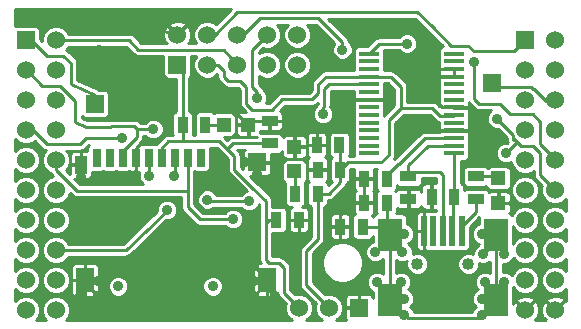
<source format=gtl>
G04 (created by PCBNEW (2013-07-07 BZR 4022)-stable) date 24/01/2014 20:14:09*
%MOIN*%
G04 Gerber Fmt 3.4, Leading zero omitted, Abs format*
%FSLAX34Y34*%
G01*
G70*
G90*
G04 APERTURE LIST*
%ADD10C,0.00590551*%
%ADD11R,0.035X0.055*%
%ADD12R,0.055X0.035*%
%ADD13R,0.0472X0.0472*%
%ADD14R,0.065X0.016*%
%ADD15R,0.06X0.06*%
%ADD16C,0.06*%
%ADD17R,0.02X0.1*%
%ADD18R,0.0787402X0.11*%
%ADD19C,0.04*%
%ADD20R,0.03X0.06*%
%ADD21R,0.04X0.06*%
%ADD22R,0.06X0.08*%
%ADD23C,0.035*%
%ADD24C,0.01*%
%ADD25C,0.00984252*%
G04 APERTURE END LIST*
G54D10*
G54D11*
X81275Y-66400D03*
X82025Y-66400D03*
G54D12*
X82750Y-66275D03*
X82750Y-65525D03*
G54D11*
X83525Y-66200D03*
X84275Y-66200D03*
X80475Y-65300D03*
X79725Y-65300D03*
X79700Y-64475D03*
X80450Y-64475D03*
X81275Y-65600D03*
X82025Y-65600D03*
G54D13*
X85750Y-65587D03*
X85750Y-66413D03*
X78950Y-65363D03*
X78950Y-64537D03*
G54D11*
X81225Y-67200D03*
X80475Y-67200D03*
G54D12*
X85000Y-66275D03*
X85000Y-65525D03*
G54D11*
X78975Y-66100D03*
X79725Y-66100D03*
G54D14*
X81433Y-62972D03*
X81433Y-63228D03*
X81433Y-63484D03*
X81433Y-63740D03*
X84267Y-62204D03*
X81433Y-62204D03*
X81433Y-62460D03*
X81433Y-62716D03*
X84267Y-63996D03*
X84267Y-63740D03*
X84267Y-63484D03*
X84267Y-63228D03*
X84267Y-62972D03*
X84267Y-62716D03*
X81433Y-63996D03*
X84267Y-62460D03*
X84267Y-61948D03*
X84267Y-61693D03*
X84267Y-61437D03*
X81433Y-61437D03*
X81433Y-61693D03*
X81433Y-61948D03*
X81433Y-64252D03*
X81433Y-64507D03*
X81433Y-64763D03*
X84267Y-64763D03*
X84267Y-64507D03*
X84267Y-64252D03*
G54D13*
X76587Y-63800D03*
X77413Y-63800D03*
G54D11*
X75225Y-63800D03*
X75975Y-63800D03*
G54D15*
X81100Y-69900D03*
G54D16*
X80100Y-69900D03*
X79100Y-69900D03*
G54D15*
X70000Y-60984D03*
G54D16*
X71000Y-60984D03*
X70000Y-61984D03*
X71000Y-61984D03*
X70000Y-62984D03*
X71000Y-62984D03*
X70000Y-63984D03*
X71000Y-63984D03*
X70000Y-64984D03*
X71000Y-64984D03*
X70000Y-65984D03*
X71000Y-65984D03*
X70000Y-66984D03*
X71000Y-66984D03*
X70000Y-67984D03*
X71000Y-67984D03*
X70000Y-68984D03*
X71000Y-68984D03*
X70000Y-69984D03*
X71000Y-69984D03*
G54D15*
X86650Y-60984D03*
G54D16*
X87650Y-60984D03*
X86650Y-61984D03*
X87650Y-61984D03*
X86650Y-62984D03*
X87650Y-62984D03*
X86650Y-63984D03*
X87650Y-63984D03*
X86650Y-64984D03*
X87650Y-64984D03*
X86650Y-65984D03*
X87650Y-65984D03*
X86650Y-66984D03*
X87650Y-66984D03*
X86650Y-67984D03*
X87650Y-67984D03*
X86650Y-68984D03*
X87650Y-68984D03*
X86650Y-69984D03*
X87650Y-69984D03*
G54D15*
X85550Y-62400D03*
X75050Y-61800D03*
G54D16*
X75050Y-60800D03*
X76050Y-61800D03*
X76050Y-60800D03*
X77050Y-61800D03*
X77050Y-60800D03*
X78050Y-61800D03*
X78050Y-60800D03*
X79050Y-61800D03*
X79050Y-60800D03*
G54D15*
X72300Y-63100D03*
G54D11*
X79100Y-66975D03*
X78350Y-66975D03*
G54D12*
X78125Y-64425D03*
X78125Y-63675D03*
G54D17*
X83270Y-67350D03*
X83585Y-67350D03*
X83900Y-67350D03*
X84214Y-67350D03*
X84529Y-67350D03*
G54D18*
X82128Y-69631D03*
X85671Y-69631D03*
X82128Y-67465D03*
X85671Y-67465D03*
G54D19*
X83050Y-68450D03*
X84750Y-68450D03*
G54D20*
X75832Y-64900D03*
X75399Y-64900D03*
X74966Y-64900D03*
X74533Y-64900D03*
X74100Y-64900D03*
X73666Y-64900D03*
X73233Y-64900D03*
X72800Y-64900D03*
X72367Y-64900D03*
G54D21*
X71837Y-65136D03*
G54D22*
X71974Y-68983D03*
X78037Y-68983D03*
G54D15*
X77714Y-65054D03*
G54D23*
X73076Y-69191D03*
X76225Y-69191D03*
X73200Y-64250D03*
X80550Y-61300D03*
X85700Y-63600D03*
X86000Y-64750D03*
X76900Y-66950D03*
X74250Y-63950D03*
X77700Y-62900D03*
X74950Y-65500D03*
X74100Y-65500D03*
X79900Y-63450D03*
X74700Y-66650D03*
X84950Y-61700D03*
X82700Y-61100D03*
X76050Y-66300D03*
X77450Y-66350D03*
X72400Y-69500D03*
X77600Y-69500D03*
X77600Y-68500D03*
X71850Y-65550D03*
X77300Y-65050D03*
X77700Y-65450D03*
X71800Y-69500D03*
X72400Y-69000D03*
X77600Y-69000D03*
X78300Y-69500D03*
X83875Y-68550D03*
X77100Y-68200D03*
X78400Y-67600D03*
X73150Y-62700D03*
X72500Y-60550D03*
X72450Y-61300D03*
X76150Y-62975D03*
X80450Y-63900D03*
X82700Y-63900D03*
X85200Y-70150D03*
X85200Y-69600D03*
X81700Y-69050D03*
X82500Y-69050D03*
X82600Y-69600D03*
X82600Y-70150D03*
X82600Y-67450D03*
X85200Y-67450D03*
X85250Y-68100D03*
X85950Y-69050D03*
X85300Y-69050D03*
X85950Y-68100D03*
X82550Y-68050D03*
X81650Y-68050D03*
G54D24*
X78000Y-67900D02*
X78000Y-68300D01*
X78000Y-67075D02*
X78000Y-67900D01*
X78600Y-69400D02*
X79100Y-69900D01*
X78600Y-68575D02*
X78600Y-69400D01*
X78425Y-68400D02*
X78600Y-68575D01*
X78100Y-68400D02*
X78425Y-68400D01*
X78000Y-68300D02*
X78100Y-68400D01*
X78125Y-64425D02*
X76900Y-64425D01*
X76900Y-64425D02*
X76712Y-64612D01*
X78350Y-66975D02*
X78100Y-66975D01*
X78100Y-66975D02*
X78000Y-67075D01*
X75225Y-63800D02*
X75225Y-61975D01*
X75225Y-61975D02*
X75050Y-61800D01*
X75225Y-63800D02*
X75225Y-64350D01*
X75225Y-64350D02*
X75250Y-64350D01*
X75025Y-64350D02*
X74750Y-64350D01*
X75050Y-64350D02*
X75250Y-64350D01*
X75025Y-64350D02*
X75050Y-64350D01*
X74750Y-64350D02*
X74533Y-64566D01*
X74533Y-64566D02*
X74533Y-64900D01*
X76950Y-64850D02*
X76950Y-65300D01*
X76950Y-65300D02*
X77550Y-65900D01*
X77550Y-65900D02*
X78000Y-66350D01*
X78000Y-66350D02*
X78000Y-67075D01*
X75250Y-64350D02*
X76450Y-64350D01*
X76450Y-64350D02*
X76712Y-64612D01*
X76712Y-64612D02*
X76950Y-64850D01*
X79725Y-66100D02*
X79725Y-67625D01*
X79350Y-69150D02*
X80100Y-69900D01*
X79350Y-68000D02*
X79350Y-69150D01*
X79725Y-67625D02*
X79350Y-68000D01*
X80475Y-65300D02*
X80475Y-64500D01*
X80475Y-64500D02*
X80450Y-64475D01*
X76050Y-61800D02*
X76400Y-61800D01*
X79750Y-62750D02*
X79750Y-62450D01*
X79750Y-62450D02*
X79996Y-62204D01*
X79996Y-62204D02*
X81433Y-62204D01*
X78000Y-63300D02*
X77850Y-63300D01*
X78200Y-63300D02*
X78000Y-63300D01*
X79550Y-62950D02*
X79750Y-62750D01*
X78550Y-62950D02*
X78200Y-63300D01*
X79050Y-62950D02*
X78550Y-62950D01*
X79050Y-62950D02*
X79550Y-62950D01*
X77550Y-63300D02*
X77850Y-63300D01*
X77350Y-63100D02*
X77550Y-63300D01*
X77350Y-62550D02*
X77350Y-63100D01*
X77150Y-62350D02*
X77350Y-62550D01*
X76750Y-62350D02*
X77150Y-62350D01*
X76600Y-62200D02*
X76750Y-62350D01*
X76600Y-62000D02*
X76600Y-62200D01*
X76400Y-61800D02*
X76600Y-62000D01*
X82500Y-63250D02*
X83550Y-63250D01*
X84251Y-63500D02*
X84267Y-63484D01*
X83800Y-63500D02*
X84251Y-63500D01*
X83700Y-63400D02*
X83800Y-63500D01*
X83550Y-63250D02*
X83700Y-63400D01*
X82500Y-62700D02*
X82500Y-62550D01*
X82500Y-63250D02*
X82500Y-62700D01*
X82154Y-62204D02*
X81433Y-62204D01*
X82500Y-62550D02*
X82154Y-62204D01*
X82100Y-64550D02*
X82100Y-64800D01*
X82100Y-63850D02*
X82100Y-64550D01*
X80725Y-65050D02*
X80475Y-65300D01*
X81850Y-65050D02*
X80725Y-65050D01*
X82100Y-64800D02*
X81850Y-65050D01*
X79725Y-66100D02*
X80100Y-66100D01*
X80475Y-65725D02*
X80475Y-65300D01*
X80100Y-66100D02*
X80475Y-65725D01*
X82100Y-63800D02*
X82100Y-63650D01*
X82100Y-63650D02*
X82500Y-63250D01*
X82500Y-63250D02*
X82516Y-63234D01*
X82484Y-63234D02*
X82516Y-63234D01*
X70000Y-60984D02*
X70184Y-60984D01*
X72300Y-62800D02*
X72300Y-63100D01*
X71500Y-62450D02*
X72300Y-62800D01*
X71500Y-61750D02*
X71500Y-62450D01*
X71250Y-61500D02*
X71500Y-61750D01*
X70700Y-61500D02*
X71250Y-61500D01*
X70184Y-60984D02*
X70700Y-61500D01*
X79975Y-60050D02*
X83050Y-60050D01*
X83525Y-60525D02*
X84175Y-61175D01*
X84175Y-61175D02*
X84750Y-61175D01*
X84750Y-61175D02*
X84925Y-61350D01*
X84925Y-61350D02*
X86284Y-61350D01*
X86284Y-61350D02*
X86650Y-60984D01*
X83050Y-60050D02*
X83525Y-60525D01*
X76300Y-60800D02*
X77050Y-60050D01*
X77050Y-60050D02*
X79975Y-60050D01*
X79975Y-60050D02*
X80000Y-60050D01*
X76050Y-60800D02*
X76300Y-60800D01*
X76300Y-60850D02*
X76050Y-60850D01*
X71000Y-60984D02*
X73434Y-60984D01*
X76600Y-61300D02*
X77050Y-61800D01*
X73750Y-61300D02*
X76600Y-61300D01*
X73434Y-60984D02*
X73750Y-61300D01*
X79300Y-60250D02*
X79750Y-60250D01*
X77250Y-60800D02*
X77800Y-60250D01*
X77800Y-60250D02*
X79300Y-60250D01*
X77050Y-60800D02*
X77250Y-60800D01*
X80550Y-61050D02*
X80550Y-61300D01*
X79750Y-60250D02*
X80550Y-61050D01*
X70234Y-63984D02*
X70700Y-64450D01*
X70700Y-64450D02*
X71800Y-64450D01*
X71800Y-64450D02*
X72000Y-64250D01*
X70000Y-63984D02*
X70234Y-63984D01*
X72000Y-64250D02*
X73200Y-64250D01*
X80451Y-61300D02*
X80550Y-61300D01*
X85700Y-63600D02*
X86250Y-64150D01*
X86250Y-64150D02*
X86250Y-64300D01*
X86350Y-64400D02*
X86350Y-64350D01*
X86375Y-64375D02*
X86350Y-64400D01*
X86000Y-64750D02*
X86375Y-64375D01*
X86300Y-64300D02*
X86250Y-64250D01*
X86250Y-64250D02*
X86350Y-64350D01*
X86350Y-64350D02*
X86500Y-64500D01*
X86900Y-64500D02*
X87150Y-64750D01*
X87150Y-64750D02*
X87150Y-65484D01*
X87150Y-65484D02*
X87650Y-65984D01*
X86500Y-64500D02*
X86900Y-64500D01*
X75399Y-65999D02*
X75399Y-66549D01*
X75800Y-66950D02*
X76900Y-66950D01*
X75399Y-66549D02*
X75800Y-66950D01*
X71000Y-64984D02*
X71000Y-65300D01*
X71699Y-65999D02*
X75399Y-65999D01*
X75399Y-64900D02*
X75399Y-65999D01*
X71000Y-65300D02*
X71699Y-65999D01*
X73800Y-63950D02*
X73700Y-63950D01*
X74250Y-63950D02*
X73800Y-63950D01*
X71650Y-63000D02*
X71650Y-63719D01*
X70000Y-61984D02*
X70034Y-61984D01*
X71150Y-62500D02*
X71650Y-63000D01*
X70550Y-62500D02*
X71150Y-62500D01*
X70034Y-61984D02*
X70550Y-62500D01*
X73600Y-63850D02*
X73700Y-63950D01*
X72950Y-63850D02*
X73600Y-63850D01*
X72730Y-63869D02*
X72950Y-63850D01*
X72000Y-63869D02*
X72730Y-63869D01*
X71650Y-63719D02*
X72000Y-63869D01*
X73233Y-64900D02*
X73233Y-64666D01*
X73700Y-64200D02*
X73700Y-63950D01*
X73233Y-64666D02*
X73700Y-64200D01*
X77700Y-62900D02*
X77700Y-62700D01*
X77550Y-61300D02*
X78050Y-60800D01*
X77550Y-62550D02*
X77550Y-61300D01*
X77700Y-62700D02*
X77550Y-62550D01*
X74966Y-65262D02*
X74950Y-65500D01*
X74966Y-65200D02*
X74966Y-65262D01*
X74966Y-65150D02*
X74966Y-65200D01*
X74966Y-64900D02*
X74966Y-65150D01*
X74100Y-64900D02*
X74100Y-65150D01*
X74100Y-65150D02*
X74100Y-65200D01*
X74100Y-65200D02*
X74100Y-65262D01*
X74100Y-65262D02*
X74100Y-65500D01*
X81433Y-62460D02*
X80090Y-62460D01*
X79900Y-63300D02*
X79950Y-63100D01*
X79900Y-63300D02*
X79900Y-63450D01*
X79950Y-63100D02*
X79950Y-62850D01*
X79950Y-62600D02*
X79950Y-62850D01*
X80090Y-62460D02*
X79950Y-62600D01*
X71000Y-67984D02*
X73334Y-67984D01*
X74700Y-66668D02*
X74700Y-66650D01*
X73334Y-67984D02*
X74700Y-66668D01*
X82700Y-61100D02*
X81770Y-61100D01*
X81770Y-61100D02*
X81433Y-61437D01*
X82700Y-61100D02*
X82613Y-61187D01*
X84950Y-62950D02*
X85100Y-63100D01*
X85800Y-63100D02*
X86150Y-63450D01*
X86150Y-63450D02*
X86900Y-63450D01*
X87650Y-64950D02*
X87650Y-64984D01*
X85700Y-63100D02*
X85100Y-63100D01*
X87150Y-63700D02*
X86900Y-63450D01*
X87150Y-64450D02*
X87150Y-63700D01*
X87650Y-64950D02*
X87150Y-64450D01*
X85700Y-63100D02*
X85800Y-63100D01*
X84950Y-62950D02*
X84950Y-61700D01*
X77450Y-66350D02*
X76100Y-66350D01*
X76100Y-66350D02*
X76050Y-66300D01*
X77450Y-66350D02*
X77400Y-66400D01*
X71974Y-68983D02*
X71974Y-69074D01*
X71974Y-69074D02*
X72400Y-69500D01*
X78037Y-68983D02*
X78037Y-69062D01*
X78037Y-69062D02*
X77600Y-69500D01*
X78037Y-68983D02*
X78037Y-68937D01*
X78037Y-68937D02*
X77600Y-68500D01*
X71837Y-65136D02*
X71837Y-65537D01*
X71837Y-65537D02*
X71850Y-65550D01*
X77714Y-65054D02*
X77304Y-65054D01*
X77304Y-65054D02*
X77300Y-65050D01*
X77714Y-65054D02*
X77714Y-65435D01*
X77714Y-65435D02*
X77700Y-65450D01*
X71974Y-68983D02*
X71974Y-69325D01*
X71974Y-69325D02*
X71800Y-69500D01*
X71974Y-68983D02*
X72383Y-68983D01*
X72383Y-68983D02*
X72400Y-69000D01*
X78037Y-68983D02*
X77616Y-68983D01*
X77616Y-68983D02*
X77600Y-69000D01*
X78037Y-68983D02*
X78037Y-69237D01*
X78037Y-69237D02*
X78300Y-69500D01*
X73666Y-64900D02*
X73666Y-64583D01*
X73666Y-64583D02*
X73850Y-64400D01*
X83270Y-67350D02*
X83270Y-67945D01*
X83270Y-67945D02*
X83875Y-68550D01*
X78125Y-63675D02*
X77538Y-63675D01*
X77538Y-63675D02*
X77413Y-63800D01*
X78400Y-67600D02*
X79050Y-67600D01*
X77100Y-68150D02*
X77100Y-68200D01*
X79100Y-67550D02*
X79100Y-66975D01*
X79050Y-67600D02*
X79100Y-67550D01*
X72650Y-61500D02*
X72450Y-61300D01*
X73150Y-62700D02*
X72650Y-62200D01*
X75050Y-60800D02*
X74050Y-60500D01*
X72550Y-60500D02*
X74050Y-60500D01*
X72500Y-60550D02*
X72550Y-60500D01*
X72650Y-62200D02*
X72650Y-61500D01*
X76813Y-63200D02*
X77413Y-63800D01*
X76375Y-63200D02*
X76813Y-63200D01*
X76150Y-62975D02*
X76375Y-63200D01*
X82700Y-63900D02*
X83500Y-63900D01*
X80978Y-62972D02*
X80450Y-63500D01*
X80450Y-63500D02*
X80450Y-63900D01*
X81433Y-62972D02*
X80978Y-62972D01*
X83596Y-63996D02*
X84267Y-63996D01*
X83500Y-63900D02*
X83596Y-63996D01*
X84267Y-63228D02*
X83878Y-63228D01*
X83878Y-63228D02*
X83600Y-62950D01*
X84529Y-67350D02*
X84529Y-67170D01*
X85000Y-66700D02*
X85000Y-66275D01*
X84529Y-67170D02*
X85000Y-66700D01*
X85550Y-62400D02*
X85700Y-62550D01*
X85700Y-62550D02*
X86850Y-62550D01*
X86850Y-62550D02*
X86900Y-62600D01*
X86900Y-62600D02*
X86950Y-62600D01*
X86950Y-62600D02*
X87350Y-63000D01*
X87350Y-63000D02*
X87650Y-63000D01*
X87650Y-63000D02*
X87650Y-62984D01*
X85688Y-65525D02*
X85750Y-65587D01*
X85000Y-65525D02*
X85688Y-65525D01*
X85671Y-67465D02*
X85671Y-69631D01*
X85671Y-69631D02*
X85400Y-69902D01*
X82747Y-70250D02*
X82128Y-69631D01*
X85100Y-70250D02*
X82747Y-70250D01*
X85400Y-69950D02*
X85100Y-70250D01*
X85400Y-69902D02*
X85400Y-69950D01*
X82128Y-69631D02*
X82128Y-67465D01*
X85671Y-69631D02*
X85671Y-69678D01*
X85671Y-69678D02*
X85200Y-70150D01*
X85671Y-69631D02*
X85231Y-69631D01*
X85231Y-69631D02*
X85200Y-69600D01*
X82128Y-69631D02*
X82128Y-69478D01*
X82128Y-69478D02*
X81700Y-69050D01*
X82128Y-69631D02*
X82128Y-69421D01*
X82128Y-69421D02*
X82500Y-69050D01*
X82128Y-69631D02*
X82568Y-69631D01*
X82568Y-69631D02*
X82600Y-69600D01*
X82128Y-69631D02*
X82128Y-69678D01*
X82128Y-69678D02*
X82600Y-70150D01*
X82128Y-67465D02*
X82584Y-67465D01*
X82584Y-67465D02*
X82600Y-67450D01*
X85671Y-67465D02*
X85215Y-67465D01*
X85215Y-67465D02*
X85200Y-67450D01*
X85671Y-67465D02*
X85671Y-67678D01*
X85671Y-67678D02*
X85250Y-68100D01*
X85671Y-69631D02*
X85671Y-69328D01*
X85671Y-69328D02*
X85950Y-69050D01*
X85671Y-69631D02*
X85671Y-69421D01*
X85671Y-69421D02*
X85300Y-69050D01*
X85671Y-67465D02*
X85671Y-67821D01*
X85671Y-67821D02*
X85950Y-68100D01*
X82128Y-67465D02*
X82128Y-67628D01*
X82128Y-67628D02*
X82550Y-68050D01*
X82128Y-67465D02*
X82128Y-67571D01*
X82128Y-67571D02*
X81650Y-68050D01*
X81225Y-67200D02*
X81862Y-67200D01*
X81862Y-67200D02*
X82128Y-67465D01*
X82025Y-66350D02*
X82025Y-67362D01*
X82025Y-67362D02*
X82128Y-67465D01*
X84275Y-66200D02*
X84275Y-64771D01*
X84275Y-64771D02*
X84267Y-64763D01*
X84225Y-66200D02*
X84225Y-67339D01*
X84225Y-67339D02*
X84214Y-67350D01*
X82450Y-65100D02*
X82400Y-65100D01*
X83298Y-64252D02*
X82450Y-65100D01*
X84267Y-64252D02*
X83298Y-64252D01*
X82025Y-65475D02*
X82025Y-65600D01*
X82400Y-65100D02*
X82025Y-65475D01*
X78975Y-66100D02*
X78975Y-65388D01*
X78975Y-65388D02*
X78950Y-65363D01*
X82750Y-65525D02*
X82750Y-65150D01*
X83393Y-64507D02*
X84267Y-64507D01*
X82750Y-65150D02*
X83393Y-64507D01*
X82525Y-65375D02*
X83800Y-65375D01*
X83900Y-67350D02*
X83900Y-65475D01*
X83900Y-65475D02*
X83800Y-65375D01*
X76587Y-63800D02*
X75975Y-63800D01*
G54D10*
G36*
X73897Y-65781D02*
X71789Y-65781D01*
X71610Y-65603D01*
X71670Y-65603D01*
X71786Y-65603D01*
X71827Y-65561D01*
X71827Y-65146D01*
X71827Y-65126D01*
X71827Y-64710D01*
X71786Y-64668D01*
X71670Y-64668D01*
X71604Y-64668D01*
X71542Y-64694D01*
X71495Y-64741D01*
X71470Y-64803D01*
X71470Y-65084D01*
X71512Y-65126D01*
X71827Y-65126D01*
X71827Y-65146D01*
X71512Y-65146D01*
X71470Y-65187D01*
X71470Y-65463D01*
X71326Y-65318D01*
X71395Y-65249D01*
X71467Y-65077D01*
X71467Y-64891D01*
X71396Y-64719D01*
X71344Y-64667D01*
X71800Y-64667D01*
X71883Y-64650D01*
X71883Y-64650D01*
X71953Y-64603D01*
X72090Y-64467D01*
X72113Y-64467D01*
X72075Y-64505D01*
X72050Y-64566D01*
X72050Y-64633D01*
X72050Y-64668D01*
X72004Y-64668D01*
X71889Y-64668D01*
X71847Y-64710D01*
X71847Y-65126D01*
X71855Y-65126D01*
X71855Y-65146D01*
X71847Y-65146D01*
X71847Y-65561D01*
X71889Y-65603D01*
X72004Y-65603D01*
X72071Y-65603D01*
X72132Y-65577D01*
X72179Y-65530D01*
X72205Y-65469D01*
X72205Y-65367D01*
X72250Y-65367D01*
X72550Y-65367D01*
X72584Y-65353D01*
X72617Y-65367D01*
X72683Y-65367D01*
X72983Y-65367D01*
X73017Y-65353D01*
X73050Y-65367D01*
X73116Y-65367D01*
X73416Y-65367D01*
X73450Y-65353D01*
X73483Y-65367D01*
X73550Y-65367D01*
X73615Y-65367D01*
X73657Y-65325D01*
X73657Y-64909D01*
X73649Y-64909D01*
X73649Y-64890D01*
X73657Y-64890D01*
X73657Y-64882D01*
X73676Y-64882D01*
X73676Y-64890D01*
X73684Y-64890D01*
X73684Y-64909D01*
X73676Y-64909D01*
X73676Y-65325D01*
X73718Y-65367D01*
X73783Y-65367D01*
X73784Y-65367D01*
X73757Y-65431D01*
X73757Y-65567D01*
X73809Y-65693D01*
X73897Y-65781D01*
X73897Y-65781D01*
G37*
G54D25*
X73897Y-65781D02*
X71789Y-65781D01*
X71610Y-65603D01*
X71670Y-65603D01*
X71786Y-65603D01*
X71827Y-65561D01*
X71827Y-65146D01*
X71827Y-65126D01*
X71827Y-64710D01*
X71786Y-64668D01*
X71670Y-64668D01*
X71604Y-64668D01*
X71542Y-64694D01*
X71495Y-64741D01*
X71470Y-64803D01*
X71470Y-65084D01*
X71512Y-65126D01*
X71827Y-65126D01*
X71827Y-65146D01*
X71512Y-65146D01*
X71470Y-65187D01*
X71470Y-65463D01*
X71326Y-65318D01*
X71395Y-65249D01*
X71467Y-65077D01*
X71467Y-64891D01*
X71396Y-64719D01*
X71344Y-64667D01*
X71800Y-64667D01*
X71883Y-64650D01*
X71883Y-64650D01*
X71953Y-64603D01*
X72090Y-64467D01*
X72113Y-64467D01*
X72075Y-64505D01*
X72050Y-64566D01*
X72050Y-64633D01*
X72050Y-64668D01*
X72004Y-64668D01*
X71889Y-64668D01*
X71847Y-64710D01*
X71847Y-65126D01*
X71855Y-65126D01*
X71855Y-65146D01*
X71847Y-65146D01*
X71847Y-65561D01*
X71889Y-65603D01*
X72004Y-65603D01*
X72071Y-65603D01*
X72132Y-65577D01*
X72179Y-65530D01*
X72205Y-65469D01*
X72205Y-65367D01*
X72250Y-65367D01*
X72550Y-65367D01*
X72584Y-65353D01*
X72617Y-65367D01*
X72683Y-65367D01*
X72983Y-65367D01*
X73017Y-65353D01*
X73050Y-65367D01*
X73116Y-65367D01*
X73416Y-65367D01*
X73450Y-65353D01*
X73483Y-65367D01*
X73550Y-65367D01*
X73615Y-65367D01*
X73657Y-65325D01*
X73657Y-64909D01*
X73649Y-64909D01*
X73649Y-64890D01*
X73657Y-64890D01*
X73657Y-64882D01*
X73676Y-64882D01*
X73676Y-64890D01*
X73684Y-64890D01*
X73684Y-64909D01*
X73676Y-64909D01*
X73676Y-65325D01*
X73718Y-65367D01*
X73783Y-65367D01*
X73784Y-65367D01*
X73757Y-65431D01*
X73757Y-65567D01*
X73809Y-65693D01*
X73897Y-65781D01*
G54D10*
G36*
X75007Y-63361D02*
X74955Y-63383D01*
X74908Y-63430D01*
X74882Y-63491D01*
X74882Y-63558D01*
X74882Y-64108D01*
X74892Y-64132D01*
X74750Y-64132D01*
X74666Y-64149D01*
X74596Y-64196D01*
X74596Y-64196D01*
X74379Y-64413D01*
X74366Y-64432D01*
X74349Y-64432D01*
X74316Y-64446D01*
X74283Y-64432D01*
X74216Y-64432D01*
X73916Y-64432D01*
X73883Y-64446D01*
X73850Y-64432D01*
X73783Y-64432D01*
X73774Y-64432D01*
X73853Y-64353D01*
X73853Y-64353D01*
X73853Y-64353D01*
X73900Y-64283D01*
X73900Y-64283D01*
X73917Y-64200D01*
X73917Y-64200D01*
X73917Y-64167D01*
X73983Y-64167D01*
X74055Y-64240D01*
X74181Y-64292D01*
X74317Y-64292D01*
X74443Y-64240D01*
X74540Y-64144D01*
X74592Y-64018D01*
X74592Y-63882D01*
X74540Y-63756D01*
X74444Y-63659D01*
X74318Y-63607D01*
X74182Y-63607D01*
X74056Y-63659D01*
X73983Y-63732D01*
X73800Y-63732D01*
X73790Y-63732D01*
X73753Y-63696D01*
X73683Y-63649D01*
X73600Y-63632D01*
X72950Y-63632D01*
X72940Y-63634D01*
X72930Y-63633D01*
X72720Y-63652D01*
X72044Y-63652D01*
X71867Y-63576D01*
X71867Y-63503D01*
X71905Y-63541D01*
X71966Y-63567D01*
X72033Y-63567D01*
X72633Y-63567D01*
X72694Y-63541D01*
X72741Y-63494D01*
X72767Y-63433D01*
X72767Y-63366D01*
X72767Y-62766D01*
X72741Y-62705D01*
X72694Y-62658D01*
X72633Y-62632D01*
X72566Y-62632D01*
X72433Y-62632D01*
X72387Y-62600D01*
X71717Y-62307D01*
X71717Y-61750D01*
X71700Y-61666D01*
X71700Y-61666D01*
X71653Y-61596D01*
X71403Y-61346D01*
X71340Y-61304D01*
X71340Y-61304D01*
X71395Y-61249D01*
X71415Y-61201D01*
X73343Y-61201D01*
X73596Y-61453D01*
X73666Y-61500D01*
X73666Y-61500D01*
X73750Y-61517D01*
X74582Y-61517D01*
X74582Y-61533D01*
X74582Y-62133D01*
X74608Y-62194D01*
X74655Y-62241D01*
X74716Y-62267D01*
X74783Y-62267D01*
X75007Y-62267D01*
X75007Y-63361D01*
X75007Y-63361D01*
G37*
G54D25*
X75007Y-63361D02*
X74955Y-63383D01*
X74908Y-63430D01*
X74882Y-63491D01*
X74882Y-63558D01*
X74882Y-64108D01*
X74892Y-64132D01*
X74750Y-64132D01*
X74666Y-64149D01*
X74596Y-64196D01*
X74596Y-64196D01*
X74379Y-64413D01*
X74366Y-64432D01*
X74349Y-64432D01*
X74316Y-64446D01*
X74283Y-64432D01*
X74216Y-64432D01*
X73916Y-64432D01*
X73883Y-64446D01*
X73850Y-64432D01*
X73783Y-64432D01*
X73774Y-64432D01*
X73853Y-64353D01*
X73853Y-64353D01*
X73853Y-64353D01*
X73900Y-64283D01*
X73900Y-64283D01*
X73917Y-64200D01*
X73917Y-64200D01*
X73917Y-64167D01*
X73983Y-64167D01*
X74055Y-64240D01*
X74181Y-64292D01*
X74317Y-64292D01*
X74443Y-64240D01*
X74540Y-64144D01*
X74592Y-64018D01*
X74592Y-63882D01*
X74540Y-63756D01*
X74444Y-63659D01*
X74318Y-63607D01*
X74182Y-63607D01*
X74056Y-63659D01*
X73983Y-63732D01*
X73800Y-63732D01*
X73790Y-63732D01*
X73753Y-63696D01*
X73683Y-63649D01*
X73600Y-63632D01*
X72950Y-63632D01*
X72940Y-63634D01*
X72930Y-63633D01*
X72720Y-63652D01*
X72044Y-63652D01*
X71867Y-63576D01*
X71867Y-63503D01*
X71905Y-63541D01*
X71966Y-63567D01*
X72033Y-63567D01*
X72633Y-63567D01*
X72694Y-63541D01*
X72741Y-63494D01*
X72767Y-63433D01*
X72767Y-63366D01*
X72767Y-62766D01*
X72741Y-62705D01*
X72694Y-62658D01*
X72633Y-62632D01*
X72566Y-62632D01*
X72433Y-62632D01*
X72387Y-62600D01*
X71717Y-62307D01*
X71717Y-61750D01*
X71700Y-61666D01*
X71700Y-61666D01*
X71653Y-61596D01*
X71403Y-61346D01*
X71340Y-61304D01*
X71340Y-61304D01*
X71395Y-61249D01*
X71415Y-61201D01*
X73343Y-61201D01*
X73596Y-61453D01*
X73666Y-61500D01*
X73666Y-61500D01*
X73750Y-61517D01*
X74582Y-61517D01*
X74582Y-61533D01*
X74582Y-62133D01*
X74608Y-62194D01*
X74655Y-62241D01*
X74716Y-62267D01*
X74783Y-62267D01*
X75007Y-62267D01*
X75007Y-63361D01*
G54D10*
G36*
X76845Y-59946D02*
X76351Y-60440D01*
X76315Y-60404D01*
X76143Y-60332D01*
X75957Y-60332D01*
X75785Y-60403D01*
X75654Y-60534D01*
X75582Y-60706D01*
X75582Y-60892D01*
X75653Y-61064D01*
X75671Y-61082D01*
X75412Y-61082D01*
X75441Y-61072D01*
X75515Y-60901D01*
X75518Y-60715D01*
X75451Y-60542D01*
X75441Y-60527D01*
X75364Y-60499D01*
X75350Y-60513D01*
X75350Y-60485D01*
X75322Y-60408D01*
X75151Y-60334D01*
X74965Y-60331D01*
X74792Y-60398D01*
X74777Y-60408D01*
X74749Y-60485D01*
X75050Y-60786D01*
X75350Y-60485D01*
X75350Y-60513D01*
X75063Y-60800D01*
X75069Y-60805D01*
X75055Y-60819D01*
X75050Y-60813D01*
X75044Y-60819D01*
X75030Y-60805D01*
X75036Y-60800D01*
X74735Y-60499D01*
X74658Y-60527D01*
X74584Y-60698D01*
X74581Y-60884D01*
X74648Y-61057D01*
X74658Y-61072D01*
X74687Y-61082D01*
X73840Y-61082D01*
X73587Y-60830D01*
X73517Y-60783D01*
X73434Y-60766D01*
X71415Y-60766D01*
X71396Y-60719D01*
X71265Y-60588D01*
X71093Y-60516D01*
X70907Y-60516D01*
X70735Y-60587D01*
X70604Y-60718D01*
X70532Y-60890D01*
X70532Y-61025D01*
X70467Y-60960D01*
X70467Y-60650D01*
X70441Y-60589D01*
X70394Y-60542D01*
X70333Y-60516D01*
X70266Y-60516D01*
X69666Y-60516D01*
X69646Y-60524D01*
X69646Y-59946D01*
X76845Y-59946D01*
X76845Y-59946D01*
G37*
G54D25*
X76845Y-59946D02*
X76351Y-60440D01*
X76315Y-60404D01*
X76143Y-60332D01*
X75957Y-60332D01*
X75785Y-60403D01*
X75654Y-60534D01*
X75582Y-60706D01*
X75582Y-60892D01*
X75653Y-61064D01*
X75671Y-61082D01*
X75412Y-61082D01*
X75441Y-61072D01*
X75515Y-60901D01*
X75518Y-60715D01*
X75451Y-60542D01*
X75441Y-60527D01*
X75364Y-60499D01*
X75350Y-60513D01*
X75350Y-60485D01*
X75322Y-60408D01*
X75151Y-60334D01*
X74965Y-60331D01*
X74792Y-60398D01*
X74777Y-60408D01*
X74749Y-60485D01*
X75050Y-60786D01*
X75350Y-60485D01*
X75350Y-60513D01*
X75063Y-60800D01*
X75069Y-60805D01*
X75055Y-60819D01*
X75050Y-60813D01*
X75044Y-60819D01*
X75030Y-60805D01*
X75036Y-60800D01*
X74735Y-60499D01*
X74658Y-60527D01*
X74584Y-60698D01*
X74581Y-60884D01*
X74648Y-61057D01*
X74658Y-61072D01*
X74687Y-61082D01*
X73840Y-61082D01*
X73587Y-60830D01*
X73517Y-60783D01*
X73434Y-60766D01*
X71415Y-60766D01*
X71396Y-60719D01*
X71265Y-60588D01*
X71093Y-60516D01*
X70907Y-60516D01*
X70735Y-60587D01*
X70604Y-60718D01*
X70532Y-60890D01*
X70532Y-61025D01*
X70467Y-60960D01*
X70467Y-60650D01*
X70441Y-60589D01*
X70394Y-60542D01*
X70333Y-60516D01*
X70266Y-60516D01*
X69666Y-60516D01*
X69646Y-60524D01*
X69646Y-59946D01*
X76845Y-59946D01*
G54D10*
G36*
X77689Y-64200D02*
X77686Y-64207D01*
X77403Y-64207D01*
X77403Y-64161D01*
X77403Y-63809D01*
X77051Y-63809D01*
X77009Y-63851D01*
X77009Y-64002D01*
X77009Y-64069D01*
X77035Y-64130D01*
X77082Y-64177D01*
X77143Y-64203D01*
X77361Y-64203D01*
X77403Y-64161D01*
X77403Y-64207D01*
X76900Y-64207D01*
X76816Y-64224D01*
X76746Y-64271D01*
X76712Y-64305D01*
X76610Y-64203D01*
X76856Y-64203D01*
X76917Y-64177D01*
X76964Y-64130D01*
X76990Y-64069D01*
X76990Y-64002D01*
X76990Y-63530D01*
X76964Y-63469D01*
X76917Y-63422D01*
X76856Y-63396D01*
X76789Y-63396D01*
X76317Y-63396D01*
X76275Y-63414D01*
X76244Y-63383D01*
X76183Y-63357D01*
X76116Y-63357D01*
X75766Y-63357D01*
X75705Y-63383D01*
X75658Y-63430D01*
X75632Y-63491D01*
X75632Y-63558D01*
X75632Y-64108D01*
X75642Y-64132D01*
X75557Y-64132D01*
X75567Y-64108D01*
X75567Y-64041D01*
X75567Y-63491D01*
X75541Y-63430D01*
X75494Y-63383D01*
X75442Y-63361D01*
X75442Y-62242D01*
X75444Y-62241D01*
X75491Y-62194D01*
X75517Y-62133D01*
X75517Y-62066D01*
X75517Y-61517D01*
X75671Y-61517D01*
X75654Y-61534D01*
X75582Y-61706D01*
X75582Y-61892D01*
X75653Y-62064D01*
X75784Y-62195D01*
X75956Y-62267D01*
X76142Y-62267D01*
X76314Y-62196D01*
X76382Y-62128D01*
X76382Y-62200D01*
X76399Y-62283D01*
X76446Y-62353D01*
X76596Y-62503D01*
X76666Y-62550D01*
X76666Y-62550D01*
X76750Y-62567D01*
X77059Y-62567D01*
X77132Y-62640D01*
X77132Y-63100D01*
X77149Y-63183D01*
X77196Y-63253D01*
X77339Y-63396D01*
X77143Y-63396D01*
X77082Y-63422D01*
X77035Y-63469D01*
X77009Y-63530D01*
X77009Y-63597D01*
X77009Y-63748D01*
X77051Y-63790D01*
X77403Y-63790D01*
X77403Y-63782D01*
X77422Y-63782D01*
X77422Y-63790D01*
X77430Y-63790D01*
X77430Y-63809D01*
X77422Y-63809D01*
X77422Y-64161D01*
X77464Y-64203D01*
X77682Y-64203D01*
X77689Y-64200D01*
X77689Y-64200D01*
G37*
G54D25*
X77689Y-64200D02*
X77686Y-64207D01*
X77403Y-64207D01*
X77403Y-64161D01*
X77403Y-63809D01*
X77051Y-63809D01*
X77009Y-63851D01*
X77009Y-64002D01*
X77009Y-64069D01*
X77035Y-64130D01*
X77082Y-64177D01*
X77143Y-64203D01*
X77361Y-64203D01*
X77403Y-64161D01*
X77403Y-64207D01*
X76900Y-64207D01*
X76816Y-64224D01*
X76746Y-64271D01*
X76712Y-64305D01*
X76610Y-64203D01*
X76856Y-64203D01*
X76917Y-64177D01*
X76964Y-64130D01*
X76990Y-64069D01*
X76990Y-64002D01*
X76990Y-63530D01*
X76964Y-63469D01*
X76917Y-63422D01*
X76856Y-63396D01*
X76789Y-63396D01*
X76317Y-63396D01*
X76275Y-63414D01*
X76244Y-63383D01*
X76183Y-63357D01*
X76116Y-63357D01*
X75766Y-63357D01*
X75705Y-63383D01*
X75658Y-63430D01*
X75632Y-63491D01*
X75632Y-63558D01*
X75632Y-64108D01*
X75642Y-64132D01*
X75557Y-64132D01*
X75567Y-64108D01*
X75567Y-64041D01*
X75567Y-63491D01*
X75541Y-63430D01*
X75494Y-63383D01*
X75442Y-63361D01*
X75442Y-62242D01*
X75444Y-62241D01*
X75491Y-62194D01*
X75517Y-62133D01*
X75517Y-62066D01*
X75517Y-61517D01*
X75671Y-61517D01*
X75654Y-61534D01*
X75582Y-61706D01*
X75582Y-61892D01*
X75653Y-62064D01*
X75784Y-62195D01*
X75956Y-62267D01*
X76142Y-62267D01*
X76314Y-62196D01*
X76382Y-62128D01*
X76382Y-62200D01*
X76399Y-62283D01*
X76446Y-62353D01*
X76596Y-62503D01*
X76666Y-62550D01*
X76666Y-62550D01*
X76750Y-62567D01*
X77059Y-62567D01*
X77132Y-62640D01*
X77132Y-63100D01*
X77149Y-63183D01*
X77196Y-63253D01*
X77339Y-63396D01*
X77143Y-63396D01*
X77082Y-63422D01*
X77035Y-63469D01*
X77009Y-63530D01*
X77009Y-63597D01*
X77009Y-63748D01*
X77051Y-63790D01*
X77403Y-63790D01*
X77403Y-63782D01*
X77422Y-63782D01*
X77422Y-63790D01*
X77430Y-63790D01*
X77430Y-63809D01*
X77422Y-63809D01*
X77422Y-64161D01*
X77464Y-64203D01*
X77682Y-64203D01*
X77689Y-64200D01*
G54D10*
G36*
X78852Y-70303D02*
X78027Y-70303D01*
X78027Y-69509D01*
X78027Y-68993D01*
X77611Y-68993D01*
X77569Y-69035D01*
X77569Y-69416D01*
X77595Y-69478D01*
X77642Y-69525D01*
X77703Y-69551D01*
X77770Y-69551D01*
X77985Y-69551D01*
X78027Y-69509D01*
X78027Y-70303D01*
X76568Y-70303D01*
X76568Y-69123D01*
X76516Y-68997D01*
X76420Y-68901D01*
X76294Y-68849D01*
X76158Y-68848D01*
X76032Y-68900D01*
X75935Y-68997D01*
X75883Y-69122D01*
X75883Y-69259D01*
X75935Y-69384D01*
X76031Y-69481D01*
X76157Y-69533D01*
X76293Y-69533D01*
X76419Y-69481D01*
X76516Y-69385D01*
X76568Y-69259D01*
X76568Y-69123D01*
X76568Y-70303D01*
X75042Y-70303D01*
X75042Y-66582D01*
X74990Y-66456D01*
X74894Y-66359D01*
X74768Y-66307D01*
X74632Y-66307D01*
X74506Y-66359D01*
X74409Y-66455D01*
X74357Y-66581D01*
X74357Y-66697D01*
X73246Y-67766D01*
X71467Y-67766D01*
X71467Y-66891D01*
X71396Y-66719D01*
X71265Y-66588D01*
X71093Y-66516D01*
X70907Y-66516D01*
X70735Y-66587D01*
X70604Y-66718D01*
X70532Y-66890D01*
X70532Y-67076D01*
X70603Y-67248D01*
X70734Y-67379D01*
X70906Y-67451D01*
X71092Y-67451D01*
X71264Y-67380D01*
X71395Y-67249D01*
X71467Y-67077D01*
X71467Y-66891D01*
X71467Y-67766D01*
X71415Y-67766D01*
X71396Y-67719D01*
X71265Y-67588D01*
X71093Y-67516D01*
X70907Y-67516D01*
X70735Y-67587D01*
X70604Y-67718D01*
X70532Y-67890D01*
X70532Y-68076D01*
X70603Y-68248D01*
X70734Y-68379D01*
X70906Y-68451D01*
X71092Y-68451D01*
X71264Y-68380D01*
X71395Y-68249D01*
X71415Y-68201D01*
X73334Y-68201D01*
X73373Y-68193D01*
X73413Y-68186D01*
X73415Y-68185D01*
X73417Y-68184D01*
X73450Y-68162D01*
X73484Y-68140D01*
X74677Y-66992D01*
X74767Y-66992D01*
X74893Y-66940D01*
X74990Y-66844D01*
X75042Y-66718D01*
X75042Y-66582D01*
X75042Y-70303D01*
X73418Y-70303D01*
X73418Y-69123D01*
X73366Y-68997D01*
X73270Y-68901D01*
X73144Y-68849D01*
X73008Y-68848D01*
X72882Y-68900D01*
X72786Y-68997D01*
X72734Y-69122D01*
X72733Y-69259D01*
X72786Y-69384D01*
X72882Y-69481D01*
X73007Y-69533D01*
X73144Y-69533D01*
X73270Y-69481D01*
X73366Y-69385D01*
X73418Y-69259D01*
X73418Y-69123D01*
X73418Y-70303D01*
X72441Y-70303D01*
X72441Y-69416D01*
X72441Y-68550D01*
X72415Y-68489D01*
X72368Y-68442D01*
X72307Y-68416D01*
X72240Y-68416D01*
X72025Y-68416D01*
X71983Y-68458D01*
X71983Y-68974D01*
X72399Y-68974D01*
X72441Y-68932D01*
X72441Y-68550D01*
X72441Y-69416D01*
X72441Y-69035D01*
X72399Y-68993D01*
X71983Y-68993D01*
X71983Y-69509D01*
X72025Y-69551D01*
X72240Y-69551D01*
X72307Y-69551D01*
X72368Y-69525D01*
X72415Y-69478D01*
X72441Y-69416D01*
X72441Y-70303D01*
X71964Y-70303D01*
X71964Y-69509D01*
X71964Y-68993D01*
X71964Y-68974D01*
X71964Y-68458D01*
X71922Y-68416D01*
X71707Y-68416D01*
X71640Y-68416D01*
X71579Y-68442D01*
X71532Y-68489D01*
X71506Y-68550D01*
X71506Y-68932D01*
X71548Y-68974D01*
X71964Y-68974D01*
X71964Y-68993D01*
X71548Y-68993D01*
X71506Y-69035D01*
X71506Y-69416D01*
X71532Y-69478D01*
X71579Y-69525D01*
X71640Y-69551D01*
X71707Y-69551D01*
X71922Y-69551D01*
X71964Y-69509D01*
X71964Y-70303D01*
X71341Y-70303D01*
X71395Y-70249D01*
X71467Y-70077D01*
X71467Y-69891D01*
X71467Y-68891D01*
X71396Y-68719D01*
X71265Y-68588D01*
X71093Y-68516D01*
X70907Y-68516D01*
X70735Y-68587D01*
X70604Y-68718D01*
X70532Y-68890D01*
X70532Y-69076D01*
X70603Y-69248D01*
X70734Y-69379D01*
X70906Y-69451D01*
X71092Y-69451D01*
X71264Y-69380D01*
X71395Y-69249D01*
X71467Y-69077D01*
X71467Y-68891D01*
X71467Y-69891D01*
X71396Y-69719D01*
X71265Y-69588D01*
X71093Y-69516D01*
X70907Y-69516D01*
X70735Y-69587D01*
X70604Y-69718D01*
X70532Y-69890D01*
X70532Y-70076D01*
X70603Y-70248D01*
X70658Y-70303D01*
X70341Y-70303D01*
X70395Y-70249D01*
X70467Y-70077D01*
X70467Y-69891D01*
X70396Y-69719D01*
X70265Y-69588D01*
X70093Y-69516D01*
X69907Y-69516D01*
X69735Y-69587D01*
X69646Y-69676D01*
X69646Y-69291D01*
X69734Y-69379D01*
X69906Y-69451D01*
X70092Y-69451D01*
X70264Y-69380D01*
X70395Y-69249D01*
X70467Y-69077D01*
X70467Y-68891D01*
X70396Y-68719D01*
X70265Y-68588D01*
X70093Y-68516D01*
X69907Y-68516D01*
X69735Y-68587D01*
X69646Y-68676D01*
X69646Y-68291D01*
X69734Y-68379D01*
X69906Y-68451D01*
X70092Y-68451D01*
X70264Y-68380D01*
X70395Y-68249D01*
X70467Y-68077D01*
X70467Y-67891D01*
X70396Y-67719D01*
X70265Y-67588D01*
X70093Y-67516D01*
X69907Y-67516D01*
X69735Y-67587D01*
X69646Y-67676D01*
X69646Y-67291D01*
X69734Y-67379D01*
X69906Y-67451D01*
X70092Y-67451D01*
X70264Y-67380D01*
X70395Y-67249D01*
X70467Y-67077D01*
X70467Y-66891D01*
X70396Y-66719D01*
X70265Y-66588D01*
X70093Y-66516D01*
X69907Y-66516D01*
X69735Y-66587D01*
X69646Y-66676D01*
X69646Y-66291D01*
X69734Y-66379D01*
X69906Y-66451D01*
X70092Y-66451D01*
X70264Y-66380D01*
X70395Y-66249D01*
X70467Y-66077D01*
X70467Y-65891D01*
X70396Y-65719D01*
X70265Y-65588D01*
X70093Y-65516D01*
X69907Y-65516D01*
X69735Y-65587D01*
X69646Y-65676D01*
X69646Y-65291D01*
X69734Y-65379D01*
X69906Y-65451D01*
X70092Y-65451D01*
X70264Y-65380D01*
X70395Y-65249D01*
X70467Y-65077D01*
X70467Y-64891D01*
X70396Y-64719D01*
X70265Y-64588D01*
X70093Y-64516D01*
X69907Y-64516D01*
X69735Y-64587D01*
X69646Y-64676D01*
X69646Y-64291D01*
X69734Y-64379D01*
X69906Y-64451D01*
X70092Y-64451D01*
X70264Y-64380D01*
X70293Y-64351D01*
X70546Y-64603D01*
X70546Y-64603D01*
X70616Y-64650D01*
X70616Y-64650D01*
X70663Y-64659D01*
X70604Y-64718D01*
X70532Y-64890D01*
X70532Y-65076D01*
X70603Y-65248D01*
X70734Y-65379D01*
X70820Y-65415D01*
X70846Y-65453D01*
X70909Y-65516D01*
X70907Y-65516D01*
X70735Y-65587D01*
X70604Y-65718D01*
X70532Y-65890D01*
X70532Y-66076D01*
X70603Y-66248D01*
X70734Y-66379D01*
X70906Y-66451D01*
X71092Y-66451D01*
X71264Y-66380D01*
X71395Y-66249D01*
X71467Y-66077D01*
X71467Y-66074D01*
X71545Y-66152D01*
X71616Y-66199D01*
X71616Y-66199D01*
X71699Y-66216D01*
X75181Y-66216D01*
X75181Y-66549D01*
X75198Y-66632D01*
X75245Y-66702D01*
X75646Y-67103D01*
X75716Y-67150D01*
X75716Y-67150D01*
X75800Y-67167D01*
X76633Y-67167D01*
X76705Y-67240D01*
X76831Y-67292D01*
X76967Y-67292D01*
X77093Y-67240D01*
X77190Y-67144D01*
X77242Y-67018D01*
X77242Y-66882D01*
X77190Y-66756D01*
X77094Y-66659D01*
X76968Y-66607D01*
X76832Y-66607D01*
X76706Y-66659D01*
X76633Y-66732D01*
X75890Y-66732D01*
X75616Y-66459D01*
X75616Y-65999D01*
X75616Y-65353D01*
X75648Y-65367D01*
X75715Y-65367D01*
X76015Y-65367D01*
X76076Y-65341D01*
X76124Y-65294D01*
X76149Y-65233D01*
X76149Y-65166D01*
X76149Y-64567D01*
X76359Y-64567D01*
X76558Y-64766D01*
X76558Y-64766D01*
X76732Y-64940D01*
X76732Y-65300D01*
X76749Y-65383D01*
X76796Y-65453D01*
X77359Y-66016D01*
X77256Y-66059D01*
X77183Y-66132D01*
X76351Y-66132D01*
X76340Y-66106D01*
X76244Y-66009D01*
X76118Y-65957D01*
X75982Y-65957D01*
X75856Y-66009D01*
X75759Y-66105D01*
X75707Y-66231D01*
X75707Y-66367D01*
X75759Y-66493D01*
X75855Y-66590D01*
X75981Y-66642D01*
X76117Y-66642D01*
X76243Y-66590D01*
X76266Y-66567D01*
X77183Y-66567D01*
X77255Y-66640D01*
X77381Y-66692D01*
X77517Y-66692D01*
X77643Y-66640D01*
X77740Y-66544D01*
X77782Y-66441D01*
X77782Y-67075D01*
X77782Y-67900D01*
X77782Y-68300D01*
X77799Y-68383D01*
X77821Y-68416D01*
X77770Y-68416D01*
X77703Y-68416D01*
X77642Y-68442D01*
X77595Y-68489D01*
X77569Y-68550D01*
X77569Y-68932D01*
X77611Y-68974D01*
X78027Y-68974D01*
X78027Y-68966D01*
X78046Y-68966D01*
X78046Y-68974D01*
X78054Y-68974D01*
X78054Y-68993D01*
X78046Y-68993D01*
X78046Y-69509D01*
X78088Y-69551D01*
X78303Y-69551D01*
X78370Y-69551D01*
X78428Y-69527D01*
X78446Y-69553D01*
X78652Y-69759D01*
X78632Y-69806D01*
X78632Y-69992D01*
X78703Y-70164D01*
X78834Y-70295D01*
X78852Y-70303D01*
X78852Y-70303D01*
G37*
G54D25*
X78852Y-70303D02*
X78027Y-70303D01*
X78027Y-69509D01*
X78027Y-68993D01*
X77611Y-68993D01*
X77569Y-69035D01*
X77569Y-69416D01*
X77595Y-69478D01*
X77642Y-69525D01*
X77703Y-69551D01*
X77770Y-69551D01*
X77985Y-69551D01*
X78027Y-69509D01*
X78027Y-70303D01*
X76568Y-70303D01*
X76568Y-69123D01*
X76516Y-68997D01*
X76420Y-68901D01*
X76294Y-68849D01*
X76158Y-68848D01*
X76032Y-68900D01*
X75935Y-68997D01*
X75883Y-69122D01*
X75883Y-69259D01*
X75935Y-69384D01*
X76031Y-69481D01*
X76157Y-69533D01*
X76293Y-69533D01*
X76419Y-69481D01*
X76516Y-69385D01*
X76568Y-69259D01*
X76568Y-69123D01*
X76568Y-70303D01*
X75042Y-70303D01*
X75042Y-66582D01*
X74990Y-66456D01*
X74894Y-66359D01*
X74768Y-66307D01*
X74632Y-66307D01*
X74506Y-66359D01*
X74409Y-66455D01*
X74357Y-66581D01*
X74357Y-66697D01*
X73246Y-67766D01*
X71467Y-67766D01*
X71467Y-66891D01*
X71396Y-66719D01*
X71265Y-66588D01*
X71093Y-66516D01*
X70907Y-66516D01*
X70735Y-66587D01*
X70604Y-66718D01*
X70532Y-66890D01*
X70532Y-67076D01*
X70603Y-67248D01*
X70734Y-67379D01*
X70906Y-67451D01*
X71092Y-67451D01*
X71264Y-67380D01*
X71395Y-67249D01*
X71467Y-67077D01*
X71467Y-66891D01*
X71467Y-67766D01*
X71415Y-67766D01*
X71396Y-67719D01*
X71265Y-67588D01*
X71093Y-67516D01*
X70907Y-67516D01*
X70735Y-67587D01*
X70604Y-67718D01*
X70532Y-67890D01*
X70532Y-68076D01*
X70603Y-68248D01*
X70734Y-68379D01*
X70906Y-68451D01*
X71092Y-68451D01*
X71264Y-68380D01*
X71395Y-68249D01*
X71415Y-68201D01*
X73334Y-68201D01*
X73373Y-68193D01*
X73413Y-68186D01*
X73415Y-68185D01*
X73417Y-68184D01*
X73450Y-68162D01*
X73484Y-68140D01*
X74677Y-66992D01*
X74767Y-66992D01*
X74893Y-66940D01*
X74990Y-66844D01*
X75042Y-66718D01*
X75042Y-66582D01*
X75042Y-70303D01*
X73418Y-70303D01*
X73418Y-69123D01*
X73366Y-68997D01*
X73270Y-68901D01*
X73144Y-68849D01*
X73008Y-68848D01*
X72882Y-68900D01*
X72786Y-68997D01*
X72734Y-69122D01*
X72733Y-69259D01*
X72786Y-69384D01*
X72882Y-69481D01*
X73007Y-69533D01*
X73144Y-69533D01*
X73270Y-69481D01*
X73366Y-69385D01*
X73418Y-69259D01*
X73418Y-69123D01*
X73418Y-70303D01*
X72441Y-70303D01*
X72441Y-69416D01*
X72441Y-68550D01*
X72415Y-68489D01*
X72368Y-68442D01*
X72307Y-68416D01*
X72240Y-68416D01*
X72025Y-68416D01*
X71983Y-68458D01*
X71983Y-68974D01*
X72399Y-68974D01*
X72441Y-68932D01*
X72441Y-68550D01*
X72441Y-69416D01*
X72441Y-69035D01*
X72399Y-68993D01*
X71983Y-68993D01*
X71983Y-69509D01*
X72025Y-69551D01*
X72240Y-69551D01*
X72307Y-69551D01*
X72368Y-69525D01*
X72415Y-69478D01*
X72441Y-69416D01*
X72441Y-70303D01*
X71964Y-70303D01*
X71964Y-69509D01*
X71964Y-68993D01*
X71964Y-68974D01*
X71964Y-68458D01*
X71922Y-68416D01*
X71707Y-68416D01*
X71640Y-68416D01*
X71579Y-68442D01*
X71532Y-68489D01*
X71506Y-68550D01*
X71506Y-68932D01*
X71548Y-68974D01*
X71964Y-68974D01*
X71964Y-68993D01*
X71548Y-68993D01*
X71506Y-69035D01*
X71506Y-69416D01*
X71532Y-69478D01*
X71579Y-69525D01*
X71640Y-69551D01*
X71707Y-69551D01*
X71922Y-69551D01*
X71964Y-69509D01*
X71964Y-70303D01*
X71341Y-70303D01*
X71395Y-70249D01*
X71467Y-70077D01*
X71467Y-69891D01*
X71467Y-68891D01*
X71396Y-68719D01*
X71265Y-68588D01*
X71093Y-68516D01*
X70907Y-68516D01*
X70735Y-68587D01*
X70604Y-68718D01*
X70532Y-68890D01*
X70532Y-69076D01*
X70603Y-69248D01*
X70734Y-69379D01*
X70906Y-69451D01*
X71092Y-69451D01*
X71264Y-69380D01*
X71395Y-69249D01*
X71467Y-69077D01*
X71467Y-68891D01*
X71467Y-69891D01*
X71396Y-69719D01*
X71265Y-69588D01*
X71093Y-69516D01*
X70907Y-69516D01*
X70735Y-69587D01*
X70604Y-69718D01*
X70532Y-69890D01*
X70532Y-70076D01*
X70603Y-70248D01*
X70658Y-70303D01*
X70341Y-70303D01*
X70395Y-70249D01*
X70467Y-70077D01*
X70467Y-69891D01*
X70396Y-69719D01*
X70265Y-69588D01*
X70093Y-69516D01*
X69907Y-69516D01*
X69735Y-69587D01*
X69646Y-69676D01*
X69646Y-69291D01*
X69734Y-69379D01*
X69906Y-69451D01*
X70092Y-69451D01*
X70264Y-69380D01*
X70395Y-69249D01*
X70467Y-69077D01*
X70467Y-68891D01*
X70396Y-68719D01*
X70265Y-68588D01*
X70093Y-68516D01*
X69907Y-68516D01*
X69735Y-68587D01*
X69646Y-68676D01*
X69646Y-68291D01*
X69734Y-68379D01*
X69906Y-68451D01*
X70092Y-68451D01*
X70264Y-68380D01*
X70395Y-68249D01*
X70467Y-68077D01*
X70467Y-67891D01*
X70396Y-67719D01*
X70265Y-67588D01*
X70093Y-67516D01*
X69907Y-67516D01*
X69735Y-67587D01*
X69646Y-67676D01*
X69646Y-67291D01*
X69734Y-67379D01*
X69906Y-67451D01*
X70092Y-67451D01*
X70264Y-67380D01*
X70395Y-67249D01*
X70467Y-67077D01*
X70467Y-66891D01*
X70396Y-66719D01*
X70265Y-66588D01*
X70093Y-66516D01*
X69907Y-66516D01*
X69735Y-66587D01*
X69646Y-66676D01*
X69646Y-66291D01*
X69734Y-66379D01*
X69906Y-66451D01*
X70092Y-66451D01*
X70264Y-66380D01*
X70395Y-66249D01*
X70467Y-66077D01*
X70467Y-65891D01*
X70396Y-65719D01*
X70265Y-65588D01*
X70093Y-65516D01*
X69907Y-65516D01*
X69735Y-65587D01*
X69646Y-65676D01*
X69646Y-65291D01*
X69734Y-65379D01*
X69906Y-65451D01*
X70092Y-65451D01*
X70264Y-65380D01*
X70395Y-65249D01*
X70467Y-65077D01*
X70467Y-64891D01*
X70396Y-64719D01*
X70265Y-64588D01*
X70093Y-64516D01*
X69907Y-64516D01*
X69735Y-64587D01*
X69646Y-64676D01*
X69646Y-64291D01*
X69734Y-64379D01*
X69906Y-64451D01*
X70092Y-64451D01*
X70264Y-64380D01*
X70293Y-64351D01*
X70546Y-64603D01*
X70546Y-64603D01*
X70616Y-64650D01*
X70616Y-64650D01*
X70663Y-64659D01*
X70604Y-64718D01*
X70532Y-64890D01*
X70532Y-65076D01*
X70603Y-65248D01*
X70734Y-65379D01*
X70820Y-65415D01*
X70846Y-65453D01*
X70909Y-65516D01*
X70907Y-65516D01*
X70735Y-65587D01*
X70604Y-65718D01*
X70532Y-65890D01*
X70532Y-66076D01*
X70603Y-66248D01*
X70734Y-66379D01*
X70906Y-66451D01*
X71092Y-66451D01*
X71264Y-66380D01*
X71395Y-66249D01*
X71467Y-66077D01*
X71467Y-66074D01*
X71545Y-66152D01*
X71616Y-66199D01*
X71616Y-66199D01*
X71699Y-66216D01*
X75181Y-66216D01*
X75181Y-66549D01*
X75198Y-66632D01*
X75245Y-66702D01*
X75646Y-67103D01*
X75716Y-67150D01*
X75716Y-67150D01*
X75800Y-67167D01*
X76633Y-67167D01*
X76705Y-67240D01*
X76831Y-67292D01*
X76967Y-67292D01*
X77093Y-67240D01*
X77190Y-67144D01*
X77242Y-67018D01*
X77242Y-66882D01*
X77190Y-66756D01*
X77094Y-66659D01*
X76968Y-66607D01*
X76832Y-66607D01*
X76706Y-66659D01*
X76633Y-66732D01*
X75890Y-66732D01*
X75616Y-66459D01*
X75616Y-65999D01*
X75616Y-65353D01*
X75648Y-65367D01*
X75715Y-65367D01*
X76015Y-65367D01*
X76076Y-65341D01*
X76124Y-65294D01*
X76149Y-65233D01*
X76149Y-65166D01*
X76149Y-64567D01*
X76359Y-64567D01*
X76558Y-64766D01*
X76558Y-64766D01*
X76732Y-64940D01*
X76732Y-65300D01*
X76749Y-65383D01*
X76796Y-65453D01*
X77359Y-66016D01*
X77256Y-66059D01*
X77183Y-66132D01*
X76351Y-66132D01*
X76340Y-66106D01*
X76244Y-66009D01*
X76118Y-65957D01*
X75982Y-65957D01*
X75856Y-66009D01*
X75759Y-66105D01*
X75707Y-66231D01*
X75707Y-66367D01*
X75759Y-66493D01*
X75855Y-66590D01*
X75981Y-66642D01*
X76117Y-66642D01*
X76243Y-66590D01*
X76266Y-66567D01*
X77183Y-66567D01*
X77255Y-66640D01*
X77381Y-66692D01*
X77517Y-66692D01*
X77643Y-66640D01*
X77740Y-66544D01*
X77782Y-66441D01*
X77782Y-67075D01*
X77782Y-67900D01*
X77782Y-68300D01*
X77799Y-68383D01*
X77821Y-68416D01*
X77770Y-68416D01*
X77703Y-68416D01*
X77642Y-68442D01*
X77595Y-68489D01*
X77569Y-68550D01*
X77569Y-68932D01*
X77611Y-68974D01*
X78027Y-68974D01*
X78027Y-68966D01*
X78046Y-68966D01*
X78046Y-68974D01*
X78054Y-68974D01*
X78054Y-68993D01*
X78046Y-68993D01*
X78046Y-69509D01*
X78088Y-69551D01*
X78303Y-69551D01*
X78370Y-69551D01*
X78428Y-69527D01*
X78446Y-69553D01*
X78652Y-69759D01*
X78632Y-69806D01*
X78632Y-69992D01*
X78703Y-70164D01*
X78834Y-70295D01*
X78852Y-70303D01*
G54D10*
G36*
X81911Y-68776D02*
X81894Y-68759D01*
X81768Y-68707D01*
X81632Y-68707D01*
X81506Y-68759D01*
X81409Y-68855D01*
X81357Y-68981D01*
X81357Y-69117D01*
X81409Y-69243D01*
X81505Y-69340D01*
X81567Y-69365D01*
X81567Y-69567D01*
X81567Y-69566D01*
X81541Y-69505D01*
X81494Y-69458D01*
X81433Y-69432D01*
X81242Y-69432D01*
X81242Y-68438D01*
X81242Y-68400D01*
X81242Y-68361D01*
X81242Y-68361D01*
X81242Y-68361D01*
X81242Y-68361D01*
X81205Y-68170D01*
X81175Y-68099D01*
X81175Y-68098D01*
X81067Y-67937D01*
X81067Y-67936D01*
X81012Y-67882D01*
X80851Y-67774D01*
X80850Y-67774D01*
X80817Y-67760D01*
X80817Y-67441D01*
X80817Y-66958D01*
X80817Y-66891D01*
X80791Y-66830D01*
X80744Y-66783D01*
X80683Y-66757D01*
X80526Y-66757D01*
X80484Y-66799D01*
X80484Y-67190D01*
X80775Y-67190D01*
X80817Y-67148D01*
X80817Y-66958D01*
X80817Y-67441D01*
X80817Y-67251D01*
X80775Y-67209D01*
X80484Y-67209D01*
X80484Y-67600D01*
X80526Y-67642D01*
X80683Y-67642D01*
X80744Y-67616D01*
X80791Y-67569D01*
X80817Y-67508D01*
X80817Y-67441D01*
X80817Y-67760D01*
X80779Y-67744D01*
X80588Y-67706D01*
X80511Y-67706D01*
X80510Y-67707D01*
X80465Y-67716D01*
X80465Y-67600D01*
X80465Y-67209D01*
X80465Y-67190D01*
X80465Y-66799D01*
X80423Y-66757D01*
X80266Y-66757D01*
X80205Y-66783D01*
X80158Y-66830D01*
X80132Y-66891D01*
X80132Y-66958D01*
X80132Y-67148D01*
X80174Y-67190D01*
X80465Y-67190D01*
X80465Y-67209D01*
X80174Y-67209D01*
X80132Y-67251D01*
X80132Y-67441D01*
X80132Y-67508D01*
X80158Y-67569D01*
X80205Y-67616D01*
X80266Y-67642D01*
X80423Y-67642D01*
X80465Y-67600D01*
X80465Y-67716D01*
X80320Y-67744D01*
X80249Y-67774D01*
X80248Y-67774D01*
X80087Y-67882D01*
X80086Y-67882D01*
X80032Y-67937D01*
X79924Y-68098D01*
X79924Y-68099D01*
X79894Y-68170D01*
X79856Y-68361D01*
X79856Y-68400D01*
X79856Y-68438D01*
X79894Y-68629D01*
X79924Y-68700D01*
X79924Y-68701D01*
X80032Y-68862D01*
X80086Y-68917D01*
X80087Y-68917D01*
X80248Y-69025D01*
X80249Y-69025D01*
X80320Y-69055D01*
X80510Y-69092D01*
X80511Y-69093D01*
X80588Y-69093D01*
X80779Y-69055D01*
X80850Y-69025D01*
X80851Y-69025D01*
X81012Y-68917D01*
X81067Y-68863D01*
X81067Y-68862D01*
X81175Y-68701D01*
X81175Y-68700D01*
X81205Y-68629D01*
X81242Y-68438D01*
X81242Y-68438D01*
X81242Y-68438D01*
X81242Y-68438D01*
X81242Y-69432D01*
X81151Y-69432D01*
X81109Y-69474D01*
X81109Y-69890D01*
X81117Y-69890D01*
X81117Y-69909D01*
X81109Y-69909D01*
X81109Y-69917D01*
X81090Y-69917D01*
X81090Y-69909D01*
X81090Y-69890D01*
X81090Y-69474D01*
X81048Y-69432D01*
X80766Y-69432D01*
X80705Y-69458D01*
X80658Y-69505D01*
X80632Y-69566D01*
X80632Y-69633D01*
X80632Y-69848D01*
X80674Y-69890D01*
X81090Y-69890D01*
X81090Y-69909D01*
X80674Y-69909D01*
X80632Y-69951D01*
X80632Y-70166D01*
X80632Y-70233D01*
X80658Y-70294D01*
X80666Y-70303D01*
X80348Y-70303D01*
X80364Y-70296D01*
X80495Y-70165D01*
X80567Y-69993D01*
X80567Y-69807D01*
X80496Y-69635D01*
X80365Y-69504D01*
X80193Y-69432D01*
X80007Y-69432D01*
X79959Y-69452D01*
X79567Y-69059D01*
X79567Y-68090D01*
X79878Y-67778D01*
X79925Y-67708D01*
X79925Y-67708D01*
X79942Y-67625D01*
X79942Y-66538D01*
X79994Y-66516D01*
X80041Y-66469D01*
X80067Y-66408D01*
X80067Y-66341D01*
X80067Y-66317D01*
X80100Y-66317D01*
X80183Y-66300D01*
X80183Y-66300D01*
X80253Y-66253D01*
X80628Y-65878D01*
X80675Y-65808D01*
X80675Y-65808D01*
X80689Y-65739D01*
X80744Y-65716D01*
X80791Y-65669D01*
X80817Y-65608D01*
X80817Y-65541D01*
X80817Y-65267D01*
X80942Y-65267D01*
X80932Y-65291D01*
X80932Y-65358D01*
X80932Y-65548D01*
X80974Y-65590D01*
X81265Y-65590D01*
X81265Y-65582D01*
X81284Y-65582D01*
X81284Y-65590D01*
X81575Y-65590D01*
X81617Y-65548D01*
X81617Y-65358D01*
X81617Y-65291D01*
X81607Y-65267D01*
X81692Y-65267D01*
X81682Y-65291D01*
X81682Y-65358D01*
X81682Y-65908D01*
X81708Y-65969D01*
X81738Y-66000D01*
X81708Y-66030D01*
X81682Y-66091D01*
X81682Y-66158D01*
X81682Y-66708D01*
X81699Y-66749D01*
X81639Y-66773D01*
X81592Y-66820D01*
X81567Y-66882D01*
X81567Y-66891D01*
X81541Y-66830D01*
X81533Y-66821D01*
X81544Y-66816D01*
X81591Y-66769D01*
X81617Y-66708D01*
X81617Y-66641D01*
X81617Y-66158D01*
X81617Y-66091D01*
X81591Y-66030D01*
X81561Y-66000D01*
X81591Y-65969D01*
X81617Y-65908D01*
X81617Y-65841D01*
X81617Y-65651D01*
X81575Y-65609D01*
X81284Y-65609D01*
X81284Y-65999D01*
X81284Y-66000D01*
X81284Y-66390D01*
X81575Y-66390D01*
X81617Y-66348D01*
X81617Y-66158D01*
X81617Y-66641D01*
X81617Y-66451D01*
X81575Y-66409D01*
X81284Y-66409D01*
X81284Y-66417D01*
X81265Y-66417D01*
X81265Y-66409D01*
X81265Y-66390D01*
X81265Y-66000D01*
X81265Y-65999D01*
X81265Y-65609D01*
X80974Y-65609D01*
X80932Y-65651D01*
X80932Y-65841D01*
X80932Y-65908D01*
X80958Y-65969D01*
X80988Y-66000D01*
X80958Y-66030D01*
X80932Y-66091D01*
X80932Y-66158D01*
X80932Y-66348D01*
X80974Y-66390D01*
X81265Y-66390D01*
X81265Y-66409D01*
X80974Y-66409D01*
X80932Y-66451D01*
X80932Y-66641D01*
X80932Y-66708D01*
X80958Y-66769D01*
X80966Y-66778D01*
X80955Y-66783D01*
X80908Y-66830D01*
X80882Y-66891D01*
X80882Y-66958D01*
X80882Y-67508D01*
X80908Y-67569D01*
X80955Y-67616D01*
X81016Y-67642D01*
X81083Y-67642D01*
X81433Y-67642D01*
X81494Y-67616D01*
X81541Y-67569D01*
X81567Y-67508D01*
X81567Y-67507D01*
X81567Y-67713D01*
X81456Y-67759D01*
X81359Y-67855D01*
X81307Y-67981D01*
X81307Y-68117D01*
X81359Y-68243D01*
X81455Y-68340D01*
X81581Y-68392D01*
X81717Y-68392D01*
X81843Y-68340D01*
X81911Y-68273D01*
X81911Y-68776D01*
X81911Y-68776D01*
G37*
G54D25*
X81911Y-68776D02*
X81894Y-68759D01*
X81768Y-68707D01*
X81632Y-68707D01*
X81506Y-68759D01*
X81409Y-68855D01*
X81357Y-68981D01*
X81357Y-69117D01*
X81409Y-69243D01*
X81505Y-69340D01*
X81567Y-69365D01*
X81567Y-69567D01*
X81567Y-69566D01*
X81541Y-69505D01*
X81494Y-69458D01*
X81433Y-69432D01*
X81242Y-69432D01*
X81242Y-68438D01*
X81242Y-68400D01*
X81242Y-68361D01*
X81242Y-68361D01*
X81242Y-68361D01*
X81242Y-68361D01*
X81205Y-68170D01*
X81175Y-68099D01*
X81175Y-68098D01*
X81067Y-67937D01*
X81067Y-67936D01*
X81012Y-67882D01*
X80851Y-67774D01*
X80850Y-67774D01*
X80817Y-67760D01*
X80817Y-67441D01*
X80817Y-66958D01*
X80817Y-66891D01*
X80791Y-66830D01*
X80744Y-66783D01*
X80683Y-66757D01*
X80526Y-66757D01*
X80484Y-66799D01*
X80484Y-67190D01*
X80775Y-67190D01*
X80817Y-67148D01*
X80817Y-66958D01*
X80817Y-67441D01*
X80817Y-67251D01*
X80775Y-67209D01*
X80484Y-67209D01*
X80484Y-67600D01*
X80526Y-67642D01*
X80683Y-67642D01*
X80744Y-67616D01*
X80791Y-67569D01*
X80817Y-67508D01*
X80817Y-67441D01*
X80817Y-67760D01*
X80779Y-67744D01*
X80588Y-67706D01*
X80511Y-67706D01*
X80510Y-67707D01*
X80465Y-67716D01*
X80465Y-67600D01*
X80465Y-67209D01*
X80465Y-67190D01*
X80465Y-66799D01*
X80423Y-66757D01*
X80266Y-66757D01*
X80205Y-66783D01*
X80158Y-66830D01*
X80132Y-66891D01*
X80132Y-66958D01*
X80132Y-67148D01*
X80174Y-67190D01*
X80465Y-67190D01*
X80465Y-67209D01*
X80174Y-67209D01*
X80132Y-67251D01*
X80132Y-67441D01*
X80132Y-67508D01*
X80158Y-67569D01*
X80205Y-67616D01*
X80266Y-67642D01*
X80423Y-67642D01*
X80465Y-67600D01*
X80465Y-67716D01*
X80320Y-67744D01*
X80249Y-67774D01*
X80248Y-67774D01*
X80087Y-67882D01*
X80086Y-67882D01*
X80032Y-67937D01*
X79924Y-68098D01*
X79924Y-68099D01*
X79894Y-68170D01*
X79856Y-68361D01*
X79856Y-68400D01*
X79856Y-68438D01*
X79894Y-68629D01*
X79924Y-68700D01*
X79924Y-68701D01*
X80032Y-68862D01*
X80086Y-68917D01*
X80087Y-68917D01*
X80248Y-69025D01*
X80249Y-69025D01*
X80320Y-69055D01*
X80510Y-69092D01*
X80511Y-69093D01*
X80588Y-69093D01*
X80779Y-69055D01*
X80850Y-69025D01*
X80851Y-69025D01*
X81012Y-68917D01*
X81067Y-68863D01*
X81067Y-68862D01*
X81175Y-68701D01*
X81175Y-68700D01*
X81205Y-68629D01*
X81242Y-68438D01*
X81242Y-68438D01*
X81242Y-68438D01*
X81242Y-68438D01*
X81242Y-69432D01*
X81151Y-69432D01*
X81109Y-69474D01*
X81109Y-69890D01*
X81117Y-69890D01*
X81117Y-69909D01*
X81109Y-69909D01*
X81109Y-69917D01*
X81090Y-69917D01*
X81090Y-69909D01*
X81090Y-69890D01*
X81090Y-69474D01*
X81048Y-69432D01*
X80766Y-69432D01*
X80705Y-69458D01*
X80658Y-69505D01*
X80632Y-69566D01*
X80632Y-69633D01*
X80632Y-69848D01*
X80674Y-69890D01*
X81090Y-69890D01*
X81090Y-69909D01*
X80674Y-69909D01*
X80632Y-69951D01*
X80632Y-70166D01*
X80632Y-70233D01*
X80658Y-70294D01*
X80666Y-70303D01*
X80348Y-70303D01*
X80364Y-70296D01*
X80495Y-70165D01*
X80567Y-69993D01*
X80567Y-69807D01*
X80496Y-69635D01*
X80365Y-69504D01*
X80193Y-69432D01*
X80007Y-69432D01*
X79959Y-69452D01*
X79567Y-69059D01*
X79567Y-68090D01*
X79878Y-67778D01*
X79925Y-67708D01*
X79925Y-67708D01*
X79942Y-67625D01*
X79942Y-66538D01*
X79994Y-66516D01*
X80041Y-66469D01*
X80067Y-66408D01*
X80067Y-66341D01*
X80067Y-66317D01*
X80100Y-66317D01*
X80183Y-66300D01*
X80183Y-66300D01*
X80253Y-66253D01*
X80628Y-65878D01*
X80675Y-65808D01*
X80675Y-65808D01*
X80689Y-65739D01*
X80744Y-65716D01*
X80791Y-65669D01*
X80817Y-65608D01*
X80817Y-65541D01*
X80817Y-65267D01*
X80942Y-65267D01*
X80932Y-65291D01*
X80932Y-65358D01*
X80932Y-65548D01*
X80974Y-65590D01*
X81265Y-65590D01*
X81265Y-65582D01*
X81284Y-65582D01*
X81284Y-65590D01*
X81575Y-65590D01*
X81617Y-65548D01*
X81617Y-65358D01*
X81617Y-65291D01*
X81607Y-65267D01*
X81692Y-65267D01*
X81682Y-65291D01*
X81682Y-65358D01*
X81682Y-65908D01*
X81708Y-65969D01*
X81738Y-66000D01*
X81708Y-66030D01*
X81682Y-66091D01*
X81682Y-66158D01*
X81682Y-66708D01*
X81699Y-66749D01*
X81639Y-66773D01*
X81592Y-66820D01*
X81567Y-66882D01*
X81567Y-66891D01*
X81541Y-66830D01*
X81533Y-66821D01*
X81544Y-66816D01*
X81591Y-66769D01*
X81617Y-66708D01*
X81617Y-66641D01*
X81617Y-66158D01*
X81617Y-66091D01*
X81591Y-66030D01*
X81561Y-66000D01*
X81591Y-65969D01*
X81617Y-65908D01*
X81617Y-65841D01*
X81617Y-65651D01*
X81575Y-65609D01*
X81284Y-65609D01*
X81284Y-65999D01*
X81284Y-66000D01*
X81284Y-66390D01*
X81575Y-66390D01*
X81617Y-66348D01*
X81617Y-66158D01*
X81617Y-66641D01*
X81617Y-66451D01*
X81575Y-66409D01*
X81284Y-66409D01*
X81284Y-66417D01*
X81265Y-66417D01*
X81265Y-66409D01*
X81265Y-66390D01*
X81265Y-66000D01*
X81265Y-65999D01*
X81265Y-65609D01*
X80974Y-65609D01*
X80932Y-65651D01*
X80932Y-65841D01*
X80932Y-65908D01*
X80958Y-65969D01*
X80988Y-66000D01*
X80958Y-66030D01*
X80932Y-66091D01*
X80932Y-66158D01*
X80932Y-66348D01*
X80974Y-66390D01*
X81265Y-66390D01*
X81265Y-66409D01*
X80974Y-66409D01*
X80932Y-66451D01*
X80932Y-66641D01*
X80932Y-66708D01*
X80958Y-66769D01*
X80966Y-66778D01*
X80955Y-66783D01*
X80908Y-66830D01*
X80882Y-66891D01*
X80882Y-66958D01*
X80882Y-67508D01*
X80908Y-67569D01*
X80955Y-67616D01*
X81016Y-67642D01*
X81083Y-67642D01*
X81433Y-67642D01*
X81494Y-67616D01*
X81541Y-67569D01*
X81567Y-67508D01*
X81567Y-67507D01*
X81567Y-67713D01*
X81456Y-67759D01*
X81359Y-67855D01*
X81307Y-67981D01*
X81307Y-68117D01*
X81359Y-68243D01*
X81455Y-68340D01*
X81581Y-68392D01*
X81717Y-68392D01*
X81843Y-68340D01*
X81911Y-68273D01*
X81911Y-68776D01*
G54D10*
G36*
X82282Y-63153D02*
X82281Y-63161D01*
X81946Y-63496D01*
X81925Y-63527D01*
X81925Y-63370D01*
X81919Y-63356D01*
X81925Y-63341D01*
X81925Y-63274D01*
X81925Y-63114D01*
X81919Y-63100D01*
X81925Y-63085D01*
X81925Y-63023D01*
X81883Y-62981D01*
X81794Y-62981D01*
X81791Y-62980D01*
X81724Y-62980D01*
X81074Y-62980D01*
X81071Y-62981D01*
X80982Y-62981D01*
X80940Y-63023D01*
X80940Y-63085D01*
X80946Y-63099D01*
X80940Y-63114D01*
X80940Y-63181D01*
X80940Y-63341D01*
X80946Y-63355D01*
X80940Y-63370D01*
X80940Y-63437D01*
X80940Y-63597D01*
X80946Y-63611D01*
X80940Y-63626D01*
X80940Y-63693D01*
X80940Y-63853D01*
X80946Y-63867D01*
X80940Y-63882D01*
X80940Y-63949D01*
X80940Y-64109D01*
X80946Y-64123D01*
X80940Y-64138D01*
X80940Y-64205D01*
X80940Y-64365D01*
X80946Y-64379D01*
X80940Y-64393D01*
X80940Y-64460D01*
X80940Y-64620D01*
X80946Y-64634D01*
X80940Y-64649D01*
X80940Y-64716D01*
X80940Y-64832D01*
X80771Y-64832D01*
X80792Y-64783D01*
X80792Y-64716D01*
X80792Y-64166D01*
X80766Y-64105D01*
X80719Y-64058D01*
X80658Y-64032D01*
X80591Y-64032D01*
X80241Y-64032D01*
X80180Y-64058D01*
X80133Y-64105D01*
X80107Y-64166D01*
X80107Y-64233D01*
X80107Y-64783D01*
X80133Y-64844D01*
X80180Y-64891D01*
X80191Y-64896D01*
X80158Y-64930D01*
X80132Y-64991D01*
X80132Y-65058D01*
X80132Y-65608D01*
X80158Y-65669D01*
X80190Y-65702D01*
X80067Y-65825D01*
X80067Y-65791D01*
X80041Y-65730D01*
X80011Y-65699D01*
X80041Y-65669D01*
X80067Y-65608D01*
X80067Y-65541D01*
X80067Y-65058D01*
X80067Y-64991D01*
X80041Y-64930D01*
X79994Y-64883D01*
X79983Y-64878D01*
X80016Y-64844D01*
X80042Y-64783D01*
X80042Y-64716D01*
X80042Y-64233D01*
X80042Y-64166D01*
X80016Y-64105D01*
X79969Y-64058D01*
X79908Y-64032D01*
X79751Y-64032D01*
X79709Y-64074D01*
X79709Y-64465D01*
X80000Y-64465D01*
X80042Y-64423D01*
X80042Y-64233D01*
X80042Y-64716D01*
X80042Y-64526D01*
X80000Y-64484D01*
X79709Y-64484D01*
X79709Y-64492D01*
X79690Y-64492D01*
X79690Y-64484D01*
X79690Y-64465D01*
X79690Y-64074D01*
X79648Y-64032D01*
X79491Y-64032D01*
X79430Y-64058D01*
X79383Y-64105D01*
X79357Y-64166D01*
X79357Y-64233D01*
X79357Y-64423D01*
X79399Y-64465D01*
X79690Y-64465D01*
X79690Y-64484D01*
X79399Y-64484D01*
X79357Y-64526D01*
X79357Y-64716D01*
X79357Y-64783D01*
X79383Y-64844D01*
X79430Y-64891D01*
X79441Y-64896D01*
X79408Y-64930D01*
X79382Y-64991D01*
X79382Y-65058D01*
X79382Y-65248D01*
X79424Y-65290D01*
X79715Y-65290D01*
X79715Y-65282D01*
X79734Y-65282D01*
X79734Y-65290D01*
X80025Y-65290D01*
X80067Y-65248D01*
X80067Y-65058D01*
X80067Y-65541D01*
X80067Y-65351D01*
X80025Y-65309D01*
X79734Y-65309D01*
X79734Y-65317D01*
X79715Y-65317D01*
X79715Y-65309D01*
X79424Y-65309D01*
X79382Y-65351D01*
X79382Y-65541D01*
X79382Y-65608D01*
X79408Y-65669D01*
X79438Y-65700D01*
X79408Y-65730D01*
X79382Y-65791D01*
X79382Y-65858D01*
X79382Y-66408D01*
X79408Y-66469D01*
X79455Y-66516D01*
X79507Y-66538D01*
X79507Y-67534D01*
X79442Y-67600D01*
X79442Y-67216D01*
X79442Y-66733D01*
X79442Y-66666D01*
X79416Y-66605D01*
X79369Y-66558D01*
X79308Y-66532D01*
X79206Y-66532D01*
X79244Y-66516D01*
X79291Y-66469D01*
X79317Y-66408D01*
X79317Y-66341D01*
X79317Y-65791D01*
X79291Y-65730D01*
X79291Y-65730D01*
X79327Y-65693D01*
X79353Y-65632D01*
X79353Y-65565D01*
X79353Y-65093D01*
X79353Y-64806D01*
X79353Y-64267D01*
X79327Y-64206D01*
X79280Y-64159D01*
X79219Y-64133D01*
X79152Y-64133D01*
X79001Y-64133D01*
X78959Y-64175D01*
X78959Y-64527D01*
X79311Y-64527D01*
X79353Y-64485D01*
X79353Y-64267D01*
X79353Y-64806D01*
X79353Y-64588D01*
X79311Y-64546D01*
X78959Y-64546D01*
X78959Y-64898D01*
X79001Y-64940D01*
X79152Y-64940D01*
X79219Y-64940D01*
X79280Y-64914D01*
X79327Y-64867D01*
X79353Y-64806D01*
X79353Y-65093D01*
X79327Y-65032D01*
X79280Y-64985D01*
X79219Y-64959D01*
X79152Y-64959D01*
X78680Y-64959D01*
X78619Y-64985D01*
X78572Y-65032D01*
X78546Y-65093D01*
X78546Y-65160D01*
X78546Y-65632D01*
X78572Y-65693D01*
X78619Y-65740D01*
X78648Y-65753D01*
X78632Y-65791D01*
X78632Y-65858D01*
X78632Y-66408D01*
X78658Y-66469D01*
X78705Y-66516D01*
X78766Y-66542D01*
X78833Y-66542D01*
X78868Y-66542D01*
X78830Y-66558D01*
X78783Y-66605D01*
X78757Y-66666D01*
X78757Y-66733D01*
X78757Y-66923D01*
X78799Y-66965D01*
X79090Y-66965D01*
X79090Y-66957D01*
X79109Y-66957D01*
X79109Y-66965D01*
X79400Y-66965D01*
X79442Y-66923D01*
X79442Y-66733D01*
X79442Y-67216D01*
X79442Y-67026D01*
X79400Y-66984D01*
X79109Y-66984D01*
X79109Y-67375D01*
X79151Y-67417D01*
X79308Y-67417D01*
X79369Y-67391D01*
X79416Y-67344D01*
X79442Y-67283D01*
X79442Y-67216D01*
X79442Y-67600D01*
X79196Y-67846D01*
X79149Y-67916D01*
X79132Y-68000D01*
X79132Y-69150D01*
X79149Y-69233D01*
X79196Y-69303D01*
X79652Y-69759D01*
X79632Y-69806D01*
X79632Y-69992D01*
X79703Y-70164D01*
X79834Y-70295D01*
X79852Y-70303D01*
X79348Y-70303D01*
X79364Y-70296D01*
X79495Y-70165D01*
X79567Y-69993D01*
X79567Y-69807D01*
X79496Y-69635D01*
X79365Y-69504D01*
X79193Y-69432D01*
X79090Y-69432D01*
X79090Y-67375D01*
X79090Y-66984D01*
X78799Y-66984D01*
X78757Y-67026D01*
X78757Y-67216D01*
X78757Y-67283D01*
X78783Y-67344D01*
X78830Y-67391D01*
X78891Y-67417D01*
X79048Y-67417D01*
X79090Y-67375D01*
X79090Y-69432D01*
X79007Y-69432D01*
X78959Y-69452D01*
X78817Y-69309D01*
X78817Y-68575D01*
X78817Y-68574D01*
X78800Y-68491D01*
X78800Y-68491D01*
X78753Y-68421D01*
X78753Y-68421D01*
X78578Y-68246D01*
X78508Y-68199D01*
X78425Y-68182D01*
X78217Y-68182D01*
X78217Y-67900D01*
X78217Y-67417D01*
X78558Y-67417D01*
X78619Y-67391D01*
X78666Y-67344D01*
X78692Y-67283D01*
X78692Y-67216D01*
X78692Y-66666D01*
X78666Y-66605D01*
X78619Y-66558D01*
X78558Y-66532D01*
X78491Y-66532D01*
X78217Y-66532D01*
X78217Y-66350D01*
X78200Y-66266D01*
X78200Y-66266D01*
X78181Y-66238D01*
X78181Y-65387D01*
X78181Y-65106D01*
X78140Y-65064D01*
X77724Y-65064D01*
X77724Y-65479D01*
X77766Y-65521D01*
X77981Y-65521D01*
X78047Y-65521D01*
X78109Y-65496D01*
X78156Y-65448D01*
X78181Y-65387D01*
X78181Y-66238D01*
X78153Y-66196D01*
X77703Y-65746D01*
X77479Y-65521D01*
X77662Y-65521D01*
X77704Y-65479D01*
X77704Y-65064D01*
X77289Y-65064D01*
X77247Y-65106D01*
X77247Y-65289D01*
X77167Y-65209D01*
X77167Y-64850D01*
X77150Y-64766D01*
X77150Y-64766D01*
X77103Y-64696D01*
X77049Y-64642D01*
X77289Y-64642D01*
X77272Y-64659D01*
X77247Y-64721D01*
X77247Y-65002D01*
X77289Y-65044D01*
X77704Y-65044D01*
X77704Y-65036D01*
X77724Y-65036D01*
X77724Y-65044D01*
X78140Y-65044D01*
X78181Y-65002D01*
X78181Y-64767D01*
X78433Y-64767D01*
X78494Y-64741D01*
X78541Y-64694D01*
X78546Y-64683D01*
X78546Y-64806D01*
X78572Y-64867D01*
X78619Y-64914D01*
X78680Y-64940D01*
X78747Y-64940D01*
X78898Y-64940D01*
X78940Y-64898D01*
X78940Y-64546D01*
X78932Y-64546D01*
X78932Y-64527D01*
X78940Y-64527D01*
X78940Y-64175D01*
X78898Y-64133D01*
X78747Y-64133D01*
X78680Y-64133D01*
X78619Y-64159D01*
X78572Y-64206D01*
X78567Y-64217D01*
X78567Y-64216D01*
X78567Y-63883D01*
X78567Y-63726D01*
X78525Y-63684D01*
X78134Y-63684D01*
X78134Y-63975D01*
X78176Y-64017D01*
X78366Y-64017D01*
X78433Y-64017D01*
X78494Y-63991D01*
X78541Y-63944D01*
X78567Y-63883D01*
X78567Y-64216D01*
X78541Y-64155D01*
X78494Y-64108D01*
X78433Y-64082D01*
X78366Y-64082D01*
X77816Y-64082D01*
X77809Y-64085D01*
X77816Y-64069D01*
X77816Y-64017D01*
X77816Y-64017D01*
X77883Y-64017D01*
X78073Y-64017D01*
X78115Y-63975D01*
X78115Y-63684D01*
X78107Y-63684D01*
X78107Y-63665D01*
X78115Y-63665D01*
X78115Y-63657D01*
X78134Y-63657D01*
X78134Y-63665D01*
X78525Y-63665D01*
X78567Y-63623D01*
X78567Y-63466D01*
X78541Y-63405D01*
X78494Y-63358D01*
X78462Y-63344D01*
X78640Y-63167D01*
X79050Y-63167D01*
X79550Y-63167D01*
X79633Y-63150D01*
X79633Y-63150D01*
X79703Y-63103D01*
X79732Y-63075D01*
X79711Y-63157D01*
X79706Y-63159D01*
X79609Y-63255D01*
X79557Y-63381D01*
X79557Y-63517D01*
X79609Y-63643D01*
X79705Y-63740D01*
X79831Y-63792D01*
X79967Y-63792D01*
X80093Y-63740D01*
X80190Y-63644D01*
X80242Y-63518D01*
X80242Y-63382D01*
X80190Y-63256D01*
X80145Y-63211D01*
X80160Y-63152D01*
X80161Y-63126D01*
X80167Y-63100D01*
X80167Y-62850D01*
X80167Y-62690D01*
X80180Y-62677D01*
X80940Y-62677D01*
X80940Y-62829D01*
X80946Y-62844D01*
X80940Y-62858D01*
X80940Y-62920D01*
X80982Y-62962D01*
X81071Y-62962D01*
X81074Y-62963D01*
X81141Y-62963D01*
X81791Y-62963D01*
X81794Y-62962D01*
X81883Y-62962D01*
X81925Y-62920D01*
X81925Y-62858D01*
X81919Y-62844D01*
X81925Y-62829D01*
X81925Y-62762D01*
X81925Y-62602D01*
X81919Y-62588D01*
X81925Y-62573D01*
X81925Y-62506D01*
X81925Y-62421D01*
X82063Y-62421D01*
X82282Y-62640D01*
X82282Y-62700D01*
X82282Y-63153D01*
X82282Y-63153D01*
G37*
G54D25*
X82282Y-63153D02*
X82281Y-63161D01*
X81946Y-63496D01*
X81925Y-63527D01*
X81925Y-63370D01*
X81919Y-63356D01*
X81925Y-63341D01*
X81925Y-63274D01*
X81925Y-63114D01*
X81919Y-63100D01*
X81925Y-63085D01*
X81925Y-63023D01*
X81883Y-62981D01*
X81794Y-62981D01*
X81791Y-62980D01*
X81724Y-62980D01*
X81074Y-62980D01*
X81071Y-62981D01*
X80982Y-62981D01*
X80940Y-63023D01*
X80940Y-63085D01*
X80946Y-63099D01*
X80940Y-63114D01*
X80940Y-63181D01*
X80940Y-63341D01*
X80946Y-63355D01*
X80940Y-63370D01*
X80940Y-63437D01*
X80940Y-63597D01*
X80946Y-63611D01*
X80940Y-63626D01*
X80940Y-63693D01*
X80940Y-63853D01*
X80946Y-63867D01*
X80940Y-63882D01*
X80940Y-63949D01*
X80940Y-64109D01*
X80946Y-64123D01*
X80940Y-64138D01*
X80940Y-64205D01*
X80940Y-64365D01*
X80946Y-64379D01*
X80940Y-64393D01*
X80940Y-64460D01*
X80940Y-64620D01*
X80946Y-64634D01*
X80940Y-64649D01*
X80940Y-64716D01*
X80940Y-64832D01*
X80771Y-64832D01*
X80792Y-64783D01*
X80792Y-64716D01*
X80792Y-64166D01*
X80766Y-64105D01*
X80719Y-64058D01*
X80658Y-64032D01*
X80591Y-64032D01*
X80241Y-64032D01*
X80180Y-64058D01*
X80133Y-64105D01*
X80107Y-64166D01*
X80107Y-64233D01*
X80107Y-64783D01*
X80133Y-64844D01*
X80180Y-64891D01*
X80191Y-64896D01*
X80158Y-64930D01*
X80132Y-64991D01*
X80132Y-65058D01*
X80132Y-65608D01*
X80158Y-65669D01*
X80190Y-65702D01*
X80067Y-65825D01*
X80067Y-65791D01*
X80041Y-65730D01*
X80011Y-65699D01*
X80041Y-65669D01*
X80067Y-65608D01*
X80067Y-65541D01*
X80067Y-65058D01*
X80067Y-64991D01*
X80041Y-64930D01*
X79994Y-64883D01*
X79983Y-64878D01*
X80016Y-64844D01*
X80042Y-64783D01*
X80042Y-64716D01*
X80042Y-64233D01*
X80042Y-64166D01*
X80016Y-64105D01*
X79969Y-64058D01*
X79908Y-64032D01*
X79751Y-64032D01*
X79709Y-64074D01*
X79709Y-64465D01*
X80000Y-64465D01*
X80042Y-64423D01*
X80042Y-64233D01*
X80042Y-64716D01*
X80042Y-64526D01*
X80000Y-64484D01*
X79709Y-64484D01*
X79709Y-64492D01*
X79690Y-64492D01*
X79690Y-64484D01*
X79690Y-64465D01*
X79690Y-64074D01*
X79648Y-64032D01*
X79491Y-64032D01*
X79430Y-64058D01*
X79383Y-64105D01*
X79357Y-64166D01*
X79357Y-64233D01*
X79357Y-64423D01*
X79399Y-64465D01*
X79690Y-64465D01*
X79690Y-64484D01*
X79399Y-64484D01*
X79357Y-64526D01*
X79357Y-64716D01*
X79357Y-64783D01*
X79383Y-64844D01*
X79430Y-64891D01*
X79441Y-64896D01*
X79408Y-64930D01*
X79382Y-64991D01*
X79382Y-65058D01*
X79382Y-65248D01*
X79424Y-65290D01*
X79715Y-65290D01*
X79715Y-65282D01*
X79734Y-65282D01*
X79734Y-65290D01*
X80025Y-65290D01*
X80067Y-65248D01*
X80067Y-65058D01*
X80067Y-65541D01*
X80067Y-65351D01*
X80025Y-65309D01*
X79734Y-65309D01*
X79734Y-65317D01*
X79715Y-65317D01*
X79715Y-65309D01*
X79424Y-65309D01*
X79382Y-65351D01*
X79382Y-65541D01*
X79382Y-65608D01*
X79408Y-65669D01*
X79438Y-65700D01*
X79408Y-65730D01*
X79382Y-65791D01*
X79382Y-65858D01*
X79382Y-66408D01*
X79408Y-66469D01*
X79455Y-66516D01*
X79507Y-66538D01*
X79507Y-67534D01*
X79442Y-67600D01*
X79442Y-67216D01*
X79442Y-66733D01*
X79442Y-66666D01*
X79416Y-66605D01*
X79369Y-66558D01*
X79308Y-66532D01*
X79206Y-66532D01*
X79244Y-66516D01*
X79291Y-66469D01*
X79317Y-66408D01*
X79317Y-66341D01*
X79317Y-65791D01*
X79291Y-65730D01*
X79291Y-65730D01*
X79327Y-65693D01*
X79353Y-65632D01*
X79353Y-65565D01*
X79353Y-65093D01*
X79353Y-64806D01*
X79353Y-64267D01*
X79327Y-64206D01*
X79280Y-64159D01*
X79219Y-64133D01*
X79152Y-64133D01*
X79001Y-64133D01*
X78959Y-64175D01*
X78959Y-64527D01*
X79311Y-64527D01*
X79353Y-64485D01*
X79353Y-64267D01*
X79353Y-64806D01*
X79353Y-64588D01*
X79311Y-64546D01*
X78959Y-64546D01*
X78959Y-64898D01*
X79001Y-64940D01*
X79152Y-64940D01*
X79219Y-64940D01*
X79280Y-64914D01*
X79327Y-64867D01*
X79353Y-64806D01*
X79353Y-65093D01*
X79327Y-65032D01*
X79280Y-64985D01*
X79219Y-64959D01*
X79152Y-64959D01*
X78680Y-64959D01*
X78619Y-64985D01*
X78572Y-65032D01*
X78546Y-65093D01*
X78546Y-65160D01*
X78546Y-65632D01*
X78572Y-65693D01*
X78619Y-65740D01*
X78648Y-65753D01*
X78632Y-65791D01*
X78632Y-65858D01*
X78632Y-66408D01*
X78658Y-66469D01*
X78705Y-66516D01*
X78766Y-66542D01*
X78833Y-66542D01*
X78868Y-66542D01*
X78830Y-66558D01*
X78783Y-66605D01*
X78757Y-66666D01*
X78757Y-66733D01*
X78757Y-66923D01*
X78799Y-66965D01*
X79090Y-66965D01*
X79090Y-66957D01*
X79109Y-66957D01*
X79109Y-66965D01*
X79400Y-66965D01*
X79442Y-66923D01*
X79442Y-66733D01*
X79442Y-67216D01*
X79442Y-67026D01*
X79400Y-66984D01*
X79109Y-66984D01*
X79109Y-67375D01*
X79151Y-67417D01*
X79308Y-67417D01*
X79369Y-67391D01*
X79416Y-67344D01*
X79442Y-67283D01*
X79442Y-67216D01*
X79442Y-67600D01*
X79196Y-67846D01*
X79149Y-67916D01*
X79132Y-68000D01*
X79132Y-69150D01*
X79149Y-69233D01*
X79196Y-69303D01*
X79652Y-69759D01*
X79632Y-69806D01*
X79632Y-69992D01*
X79703Y-70164D01*
X79834Y-70295D01*
X79852Y-70303D01*
X79348Y-70303D01*
X79364Y-70296D01*
X79495Y-70165D01*
X79567Y-69993D01*
X79567Y-69807D01*
X79496Y-69635D01*
X79365Y-69504D01*
X79193Y-69432D01*
X79090Y-69432D01*
X79090Y-67375D01*
X79090Y-66984D01*
X78799Y-66984D01*
X78757Y-67026D01*
X78757Y-67216D01*
X78757Y-67283D01*
X78783Y-67344D01*
X78830Y-67391D01*
X78891Y-67417D01*
X79048Y-67417D01*
X79090Y-67375D01*
X79090Y-69432D01*
X79007Y-69432D01*
X78959Y-69452D01*
X78817Y-69309D01*
X78817Y-68575D01*
X78817Y-68574D01*
X78800Y-68491D01*
X78800Y-68491D01*
X78753Y-68421D01*
X78753Y-68421D01*
X78578Y-68246D01*
X78508Y-68199D01*
X78425Y-68182D01*
X78217Y-68182D01*
X78217Y-67900D01*
X78217Y-67417D01*
X78558Y-67417D01*
X78619Y-67391D01*
X78666Y-67344D01*
X78692Y-67283D01*
X78692Y-67216D01*
X78692Y-66666D01*
X78666Y-66605D01*
X78619Y-66558D01*
X78558Y-66532D01*
X78491Y-66532D01*
X78217Y-66532D01*
X78217Y-66350D01*
X78200Y-66266D01*
X78200Y-66266D01*
X78181Y-66238D01*
X78181Y-65387D01*
X78181Y-65106D01*
X78140Y-65064D01*
X77724Y-65064D01*
X77724Y-65479D01*
X77766Y-65521D01*
X77981Y-65521D01*
X78047Y-65521D01*
X78109Y-65496D01*
X78156Y-65448D01*
X78181Y-65387D01*
X78181Y-66238D01*
X78153Y-66196D01*
X77703Y-65746D01*
X77479Y-65521D01*
X77662Y-65521D01*
X77704Y-65479D01*
X77704Y-65064D01*
X77289Y-65064D01*
X77247Y-65106D01*
X77247Y-65289D01*
X77167Y-65209D01*
X77167Y-64850D01*
X77150Y-64766D01*
X77150Y-64766D01*
X77103Y-64696D01*
X77049Y-64642D01*
X77289Y-64642D01*
X77272Y-64659D01*
X77247Y-64721D01*
X77247Y-65002D01*
X77289Y-65044D01*
X77704Y-65044D01*
X77704Y-65036D01*
X77724Y-65036D01*
X77724Y-65044D01*
X78140Y-65044D01*
X78181Y-65002D01*
X78181Y-64767D01*
X78433Y-64767D01*
X78494Y-64741D01*
X78541Y-64694D01*
X78546Y-64683D01*
X78546Y-64806D01*
X78572Y-64867D01*
X78619Y-64914D01*
X78680Y-64940D01*
X78747Y-64940D01*
X78898Y-64940D01*
X78940Y-64898D01*
X78940Y-64546D01*
X78932Y-64546D01*
X78932Y-64527D01*
X78940Y-64527D01*
X78940Y-64175D01*
X78898Y-64133D01*
X78747Y-64133D01*
X78680Y-64133D01*
X78619Y-64159D01*
X78572Y-64206D01*
X78567Y-64217D01*
X78567Y-64216D01*
X78567Y-63883D01*
X78567Y-63726D01*
X78525Y-63684D01*
X78134Y-63684D01*
X78134Y-63975D01*
X78176Y-64017D01*
X78366Y-64017D01*
X78433Y-64017D01*
X78494Y-63991D01*
X78541Y-63944D01*
X78567Y-63883D01*
X78567Y-64216D01*
X78541Y-64155D01*
X78494Y-64108D01*
X78433Y-64082D01*
X78366Y-64082D01*
X77816Y-64082D01*
X77809Y-64085D01*
X77816Y-64069D01*
X77816Y-64017D01*
X77816Y-64017D01*
X77883Y-64017D01*
X78073Y-64017D01*
X78115Y-63975D01*
X78115Y-63684D01*
X78107Y-63684D01*
X78107Y-63665D01*
X78115Y-63665D01*
X78115Y-63657D01*
X78134Y-63657D01*
X78134Y-63665D01*
X78525Y-63665D01*
X78567Y-63623D01*
X78567Y-63466D01*
X78541Y-63405D01*
X78494Y-63358D01*
X78462Y-63344D01*
X78640Y-63167D01*
X79050Y-63167D01*
X79550Y-63167D01*
X79633Y-63150D01*
X79633Y-63150D01*
X79703Y-63103D01*
X79732Y-63075D01*
X79711Y-63157D01*
X79706Y-63159D01*
X79609Y-63255D01*
X79557Y-63381D01*
X79557Y-63517D01*
X79609Y-63643D01*
X79705Y-63740D01*
X79831Y-63792D01*
X79967Y-63792D01*
X80093Y-63740D01*
X80190Y-63644D01*
X80242Y-63518D01*
X80242Y-63382D01*
X80190Y-63256D01*
X80145Y-63211D01*
X80160Y-63152D01*
X80161Y-63126D01*
X80167Y-63100D01*
X80167Y-62850D01*
X80167Y-62690D01*
X80180Y-62677D01*
X80940Y-62677D01*
X80940Y-62829D01*
X80946Y-62844D01*
X80940Y-62858D01*
X80940Y-62920D01*
X80982Y-62962D01*
X81071Y-62962D01*
X81074Y-62963D01*
X81141Y-62963D01*
X81791Y-62963D01*
X81794Y-62962D01*
X81883Y-62962D01*
X81925Y-62920D01*
X81925Y-62858D01*
X81919Y-62844D01*
X81925Y-62829D01*
X81925Y-62762D01*
X81925Y-62602D01*
X81919Y-62588D01*
X81925Y-62573D01*
X81925Y-62506D01*
X81925Y-62421D01*
X82063Y-62421D01*
X82282Y-62640D01*
X82282Y-62700D01*
X82282Y-63153D01*
G54D10*
G36*
X84284Y-62212D02*
X84257Y-62212D01*
X84257Y-62194D01*
X84257Y-62153D01*
X84257Y-61998D01*
X84257Y-61957D01*
X84216Y-61957D01*
X84215Y-61956D01*
X83975Y-61956D01*
X83908Y-61956D01*
X83905Y-61957D01*
X83816Y-61957D01*
X83774Y-61999D01*
X83774Y-62061D01*
X83780Y-62076D01*
X83774Y-62090D01*
X83774Y-62152D01*
X83816Y-62194D01*
X83905Y-62194D01*
X83908Y-62195D01*
X83975Y-62195D01*
X84215Y-62195D01*
X84216Y-62194D01*
X84257Y-62194D01*
X84257Y-62212D01*
X83908Y-62212D01*
X83905Y-62213D01*
X83816Y-62213D01*
X83774Y-62255D01*
X83774Y-62317D01*
X83780Y-62331D01*
X83774Y-62346D01*
X83774Y-62413D01*
X83774Y-62573D01*
X83780Y-62587D01*
X83774Y-62602D01*
X83774Y-62669D01*
X83774Y-62829D01*
X83780Y-62843D01*
X83774Y-62858D01*
X83774Y-62925D01*
X83774Y-63085D01*
X83780Y-63100D01*
X83774Y-63114D01*
X83774Y-63167D01*
X83703Y-63096D01*
X83633Y-63049D01*
X83550Y-63032D01*
X82717Y-63032D01*
X82717Y-62700D01*
X82717Y-62550D01*
X82700Y-62466D01*
X82700Y-62466D01*
X82653Y-62396D01*
X82307Y-62050D01*
X82237Y-62003D01*
X82154Y-61986D01*
X81925Y-61986D01*
X81925Y-61834D01*
X81919Y-61820D01*
X81925Y-61806D01*
X81925Y-61739D01*
X81925Y-61579D01*
X81919Y-61565D01*
X81925Y-61550D01*
X81925Y-61483D01*
X81925Y-61323D01*
X81922Y-61317D01*
X82433Y-61317D01*
X82505Y-61390D01*
X82631Y-61442D01*
X82767Y-61442D01*
X82893Y-61390D01*
X82990Y-61294D01*
X83042Y-61168D01*
X83042Y-61032D01*
X82990Y-60906D01*
X82894Y-60809D01*
X82768Y-60757D01*
X82632Y-60757D01*
X82506Y-60809D01*
X82433Y-60882D01*
X81770Y-60882D01*
X81686Y-60899D01*
X81616Y-60946D01*
X81373Y-61189D01*
X81074Y-61189D01*
X81013Y-61215D01*
X80966Y-61262D01*
X80940Y-61323D01*
X80940Y-61390D01*
X80940Y-61550D01*
X80946Y-61564D01*
X80940Y-61579D01*
X80940Y-61646D01*
X80940Y-61806D01*
X80946Y-61820D01*
X80940Y-61834D01*
X80940Y-61901D01*
X80940Y-61986D01*
X79996Y-61986D01*
X79912Y-62003D01*
X79842Y-62050D01*
X79596Y-62296D01*
X79549Y-62366D01*
X79532Y-62450D01*
X79532Y-62659D01*
X79517Y-62675D01*
X79517Y-61707D01*
X79446Y-61535D01*
X79315Y-61404D01*
X79143Y-61332D01*
X78957Y-61332D01*
X78785Y-61403D01*
X78654Y-61534D01*
X78582Y-61706D01*
X78582Y-61892D01*
X78653Y-62064D01*
X78784Y-62195D01*
X78956Y-62267D01*
X79142Y-62267D01*
X79314Y-62196D01*
X79445Y-62065D01*
X79517Y-61893D01*
X79517Y-61707D01*
X79517Y-62675D01*
X79459Y-62732D01*
X79050Y-62732D01*
X78550Y-62732D01*
X78466Y-62749D01*
X78396Y-62796D01*
X78396Y-62796D01*
X78396Y-62796D01*
X78109Y-63082D01*
X78000Y-63082D01*
X77994Y-63082D01*
X78042Y-62968D01*
X78042Y-62832D01*
X77990Y-62706D01*
X77900Y-62616D01*
X77853Y-62546D01*
X77767Y-62459D01*
X77767Y-62178D01*
X77784Y-62195D01*
X77956Y-62267D01*
X78142Y-62267D01*
X78314Y-62196D01*
X78445Y-62065D01*
X78517Y-61893D01*
X78517Y-61707D01*
X78446Y-61535D01*
X78315Y-61404D01*
X78143Y-61332D01*
X77957Y-61332D01*
X77785Y-61403D01*
X77767Y-61421D01*
X77767Y-61390D01*
X77909Y-61247D01*
X77956Y-61267D01*
X78142Y-61267D01*
X78314Y-61196D01*
X78445Y-61065D01*
X78517Y-60893D01*
X78517Y-60707D01*
X78446Y-60535D01*
X78378Y-60467D01*
X78721Y-60467D01*
X78654Y-60534D01*
X78582Y-60706D01*
X78582Y-60892D01*
X78653Y-61064D01*
X78784Y-61195D01*
X78956Y-61267D01*
X79142Y-61267D01*
X79314Y-61196D01*
X79445Y-61065D01*
X79517Y-60893D01*
X79517Y-60707D01*
X79446Y-60535D01*
X79378Y-60467D01*
X79659Y-60467D01*
X80279Y-61086D01*
X80259Y-61105D01*
X80207Y-61231D01*
X80207Y-61367D01*
X80259Y-61493D01*
X80355Y-61590D01*
X80481Y-61642D01*
X80617Y-61642D01*
X80743Y-61590D01*
X80840Y-61494D01*
X80892Y-61368D01*
X80892Y-61232D01*
X80840Y-61106D01*
X80763Y-61028D01*
X80750Y-60966D01*
X80750Y-60966D01*
X80703Y-60896D01*
X80703Y-60896D01*
X80074Y-60267D01*
X82959Y-60267D01*
X83371Y-60678D01*
X83371Y-60678D01*
X83890Y-61197D01*
X83847Y-61215D01*
X83800Y-61262D01*
X83774Y-61323D01*
X83774Y-61390D01*
X83774Y-61550D01*
X83780Y-61564D01*
X83774Y-61579D01*
X83774Y-61646D01*
X83774Y-61806D01*
X83780Y-61820D01*
X83774Y-61834D01*
X83774Y-61896D01*
X83816Y-61938D01*
X83903Y-61938D01*
X83908Y-61940D01*
X83975Y-61940D01*
X84284Y-61940D01*
X84284Y-61957D01*
X84276Y-61957D01*
X84276Y-61998D01*
X84276Y-62153D01*
X84276Y-62194D01*
X84284Y-62194D01*
X84284Y-62212D01*
X84284Y-62212D01*
G37*
G54D25*
X84284Y-62212D02*
X84257Y-62212D01*
X84257Y-62194D01*
X84257Y-62153D01*
X84257Y-61998D01*
X84257Y-61957D01*
X84216Y-61957D01*
X84215Y-61956D01*
X83975Y-61956D01*
X83908Y-61956D01*
X83905Y-61957D01*
X83816Y-61957D01*
X83774Y-61999D01*
X83774Y-62061D01*
X83780Y-62076D01*
X83774Y-62090D01*
X83774Y-62152D01*
X83816Y-62194D01*
X83905Y-62194D01*
X83908Y-62195D01*
X83975Y-62195D01*
X84215Y-62195D01*
X84216Y-62194D01*
X84257Y-62194D01*
X84257Y-62212D01*
X83908Y-62212D01*
X83905Y-62213D01*
X83816Y-62213D01*
X83774Y-62255D01*
X83774Y-62317D01*
X83780Y-62331D01*
X83774Y-62346D01*
X83774Y-62413D01*
X83774Y-62573D01*
X83780Y-62587D01*
X83774Y-62602D01*
X83774Y-62669D01*
X83774Y-62829D01*
X83780Y-62843D01*
X83774Y-62858D01*
X83774Y-62925D01*
X83774Y-63085D01*
X83780Y-63100D01*
X83774Y-63114D01*
X83774Y-63167D01*
X83703Y-63096D01*
X83633Y-63049D01*
X83550Y-63032D01*
X82717Y-63032D01*
X82717Y-62700D01*
X82717Y-62550D01*
X82700Y-62466D01*
X82700Y-62466D01*
X82653Y-62396D01*
X82307Y-62050D01*
X82237Y-62003D01*
X82154Y-61986D01*
X81925Y-61986D01*
X81925Y-61834D01*
X81919Y-61820D01*
X81925Y-61806D01*
X81925Y-61739D01*
X81925Y-61579D01*
X81919Y-61565D01*
X81925Y-61550D01*
X81925Y-61483D01*
X81925Y-61323D01*
X81922Y-61317D01*
X82433Y-61317D01*
X82505Y-61390D01*
X82631Y-61442D01*
X82767Y-61442D01*
X82893Y-61390D01*
X82990Y-61294D01*
X83042Y-61168D01*
X83042Y-61032D01*
X82990Y-60906D01*
X82894Y-60809D01*
X82768Y-60757D01*
X82632Y-60757D01*
X82506Y-60809D01*
X82433Y-60882D01*
X81770Y-60882D01*
X81686Y-60899D01*
X81616Y-60946D01*
X81373Y-61189D01*
X81074Y-61189D01*
X81013Y-61215D01*
X80966Y-61262D01*
X80940Y-61323D01*
X80940Y-61390D01*
X80940Y-61550D01*
X80946Y-61564D01*
X80940Y-61579D01*
X80940Y-61646D01*
X80940Y-61806D01*
X80946Y-61820D01*
X80940Y-61834D01*
X80940Y-61901D01*
X80940Y-61986D01*
X79996Y-61986D01*
X79912Y-62003D01*
X79842Y-62050D01*
X79596Y-62296D01*
X79549Y-62366D01*
X79532Y-62450D01*
X79532Y-62659D01*
X79517Y-62675D01*
X79517Y-61707D01*
X79446Y-61535D01*
X79315Y-61404D01*
X79143Y-61332D01*
X78957Y-61332D01*
X78785Y-61403D01*
X78654Y-61534D01*
X78582Y-61706D01*
X78582Y-61892D01*
X78653Y-62064D01*
X78784Y-62195D01*
X78956Y-62267D01*
X79142Y-62267D01*
X79314Y-62196D01*
X79445Y-62065D01*
X79517Y-61893D01*
X79517Y-61707D01*
X79517Y-62675D01*
X79459Y-62732D01*
X79050Y-62732D01*
X78550Y-62732D01*
X78466Y-62749D01*
X78396Y-62796D01*
X78396Y-62796D01*
X78396Y-62796D01*
X78109Y-63082D01*
X78000Y-63082D01*
X77994Y-63082D01*
X78042Y-62968D01*
X78042Y-62832D01*
X77990Y-62706D01*
X77900Y-62616D01*
X77853Y-62546D01*
X77767Y-62459D01*
X77767Y-62178D01*
X77784Y-62195D01*
X77956Y-62267D01*
X78142Y-62267D01*
X78314Y-62196D01*
X78445Y-62065D01*
X78517Y-61893D01*
X78517Y-61707D01*
X78446Y-61535D01*
X78315Y-61404D01*
X78143Y-61332D01*
X77957Y-61332D01*
X77785Y-61403D01*
X77767Y-61421D01*
X77767Y-61390D01*
X77909Y-61247D01*
X77956Y-61267D01*
X78142Y-61267D01*
X78314Y-61196D01*
X78445Y-61065D01*
X78517Y-60893D01*
X78517Y-60707D01*
X78446Y-60535D01*
X78378Y-60467D01*
X78721Y-60467D01*
X78654Y-60534D01*
X78582Y-60706D01*
X78582Y-60892D01*
X78653Y-61064D01*
X78784Y-61195D01*
X78956Y-61267D01*
X79142Y-61267D01*
X79314Y-61196D01*
X79445Y-61065D01*
X79517Y-60893D01*
X79517Y-60707D01*
X79446Y-60535D01*
X79378Y-60467D01*
X79659Y-60467D01*
X80279Y-61086D01*
X80259Y-61105D01*
X80207Y-61231D01*
X80207Y-61367D01*
X80259Y-61493D01*
X80355Y-61590D01*
X80481Y-61642D01*
X80617Y-61642D01*
X80743Y-61590D01*
X80840Y-61494D01*
X80892Y-61368D01*
X80892Y-61232D01*
X80840Y-61106D01*
X80763Y-61028D01*
X80750Y-60966D01*
X80750Y-60966D01*
X80703Y-60896D01*
X80703Y-60896D01*
X80074Y-60267D01*
X82959Y-60267D01*
X83371Y-60678D01*
X83371Y-60678D01*
X83890Y-61197D01*
X83847Y-61215D01*
X83800Y-61262D01*
X83774Y-61323D01*
X83774Y-61390D01*
X83774Y-61550D01*
X83780Y-61564D01*
X83774Y-61579D01*
X83774Y-61646D01*
X83774Y-61806D01*
X83780Y-61820D01*
X83774Y-61834D01*
X83774Y-61896D01*
X83816Y-61938D01*
X83903Y-61938D01*
X83908Y-61940D01*
X83975Y-61940D01*
X84284Y-61940D01*
X84284Y-61957D01*
X84276Y-61957D01*
X84276Y-61998D01*
X84276Y-62153D01*
X84276Y-62194D01*
X84284Y-62194D01*
X84284Y-62212D01*
G54D10*
G36*
X85454Y-68743D02*
X85368Y-68707D01*
X85232Y-68707D01*
X85106Y-68759D01*
X85009Y-68855D01*
X84957Y-68981D01*
X84957Y-69117D01*
X85009Y-69243D01*
X85055Y-69289D01*
X85006Y-69309D01*
X84909Y-69405D01*
X84857Y-69531D01*
X84857Y-69667D01*
X84909Y-69793D01*
X84990Y-69875D01*
X84909Y-69955D01*
X84878Y-70032D01*
X82921Y-70032D01*
X82890Y-69956D01*
X82809Y-69874D01*
X82890Y-69794D01*
X82942Y-69668D01*
X82942Y-69532D01*
X82890Y-69406D01*
X82794Y-69309D01*
X82744Y-69289D01*
X82790Y-69244D01*
X82842Y-69118D01*
X82842Y-68982D01*
X82790Y-68856D01*
X82694Y-68759D01*
X82568Y-68707D01*
X82432Y-68707D01*
X82345Y-68743D01*
X82345Y-68329D01*
X82355Y-68340D01*
X82481Y-68392D01*
X82617Y-68392D01*
X82688Y-68363D01*
X82682Y-68376D01*
X82682Y-68522D01*
X82738Y-68657D01*
X82841Y-68761D01*
X82976Y-68817D01*
X83122Y-68817D01*
X83257Y-68761D01*
X83361Y-68658D01*
X83417Y-68523D01*
X83417Y-68377D01*
X83361Y-68242D01*
X83260Y-68140D01*
X83260Y-67975D01*
X83260Y-67359D01*
X83260Y-67340D01*
X83260Y-66724D01*
X83218Y-66682D01*
X83136Y-66682D01*
X83075Y-66708D01*
X83028Y-66755D01*
X83002Y-66816D01*
X83002Y-66883D01*
X83002Y-67298D01*
X83044Y-67340D01*
X83260Y-67340D01*
X83260Y-67359D01*
X83044Y-67359D01*
X83002Y-67401D01*
X83002Y-67816D01*
X83002Y-67883D01*
X83028Y-67944D01*
X83075Y-67991D01*
X83136Y-68017D01*
X83218Y-68017D01*
X83260Y-67975D01*
X83260Y-68140D01*
X83258Y-68138D01*
X83123Y-68082D01*
X82977Y-68082D01*
X82892Y-68117D01*
X82892Y-67982D01*
X82840Y-67856D01*
X82744Y-67760D01*
X82793Y-67740D01*
X82890Y-67644D01*
X82942Y-67518D01*
X82942Y-67382D01*
X82890Y-67256D01*
X82794Y-67159D01*
X82689Y-67116D01*
X82689Y-66882D01*
X82663Y-66821D01*
X82616Y-66773D01*
X82555Y-66748D01*
X82488Y-66748D01*
X82350Y-66748D01*
X82367Y-66708D01*
X82367Y-66641D01*
X82367Y-66579D01*
X82380Y-66591D01*
X82441Y-66617D01*
X82508Y-66617D01*
X82698Y-66617D01*
X82740Y-66575D01*
X82740Y-66284D01*
X82732Y-66284D01*
X82732Y-66265D01*
X82740Y-66265D01*
X82740Y-65974D01*
X82698Y-65932D01*
X82508Y-65932D01*
X82441Y-65932D01*
X82380Y-65958D01*
X82333Y-66005D01*
X82328Y-66016D01*
X82311Y-65999D01*
X82341Y-65969D01*
X82367Y-65908D01*
X82367Y-65841D01*
X82367Y-65829D01*
X82380Y-65841D01*
X82441Y-65867D01*
X82508Y-65867D01*
X83058Y-65867D01*
X83119Y-65841D01*
X83166Y-65794D01*
X83192Y-65733D01*
X83192Y-65666D01*
X83192Y-65592D01*
X83682Y-65592D01*
X83682Y-65757D01*
X83576Y-65757D01*
X83534Y-65799D01*
X83534Y-66190D01*
X83542Y-66190D01*
X83542Y-66209D01*
X83534Y-66209D01*
X83534Y-66600D01*
X83576Y-66642D01*
X83682Y-66642D01*
X83682Y-66682D01*
X83651Y-66682D01*
X83515Y-66682D01*
X83515Y-66600D01*
X83515Y-66209D01*
X83507Y-66209D01*
X83507Y-66190D01*
X83515Y-66190D01*
X83515Y-65799D01*
X83473Y-65757D01*
X83316Y-65757D01*
X83255Y-65783D01*
X83208Y-65830D01*
X83182Y-65891D01*
X83182Y-65958D01*
X83182Y-66043D01*
X83166Y-66005D01*
X83119Y-65958D01*
X83058Y-65932D01*
X82991Y-65932D01*
X82801Y-65932D01*
X82759Y-65974D01*
X82759Y-66265D01*
X82767Y-66265D01*
X82767Y-66284D01*
X82759Y-66284D01*
X82759Y-66575D01*
X82801Y-66617D01*
X82991Y-66617D01*
X83058Y-66617D01*
X83119Y-66591D01*
X83166Y-66544D01*
X83182Y-66506D01*
X83182Y-66508D01*
X83208Y-66569D01*
X83255Y-66616D01*
X83316Y-66642D01*
X83473Y-66642D01*
X83515Y-66600D01*
X83515Y-66682D01*
X83451Y-66682D01*
X83427Y-66692D01*
X83403Y-66682D01*
X83321Y-66682D01*
X83279Y-66724D01*
X83279Y-67340D01*
X83287Y-67340D01*
X83287Y-67359D01*
X83279Y-67359D01*
X83279Y-67975D01*
X83321Y-68017D01*
X83403Y-68017D01*
X83427Y-68007D01*
X83451Y-68017D01*
X83518Y-68017D01*
X83718Y-68017D01*
X83742Y-68007D01*
X83766Y-68017D01*
X83833Y-68017D01*
X84033Y-68017D01*
X84057Y-68007D01*
X84081Y-68017D01*
X84148Y-68017D01*
X84348Y-68017D01*
X84372Y-68007D01*
X84396Y-68017D01*
X84463Y-68017D01*
X84663Y-68017D01*
X84724Y-67991D01*
X84771Y-67944D01*
X84797Y-67883D01*
X84797Y-67816D01*
X84797Y-67210D01*
X85110Y-66896D01*
X85110Y-66948D01*
X85110Y-67116D01*
X85006Y-67159D01*
X84909Y-67255D01*
X84857Y-67381D01*
X84857Y-67517D01*
X84909Y-67643D01*
X85005Y-67740D01*
X85110Y-67783D01*
X85110Y-67787D01*
X85056Y-67809D01*
X84959Y-67905D01*
X84907Y-68031D01*
X84907Y-68117D01*
X84823Y-68082D01*
X84677Y-68082D01*
X84542Y-68138D01*
X84438Y-68241D01*
X84382Y-68376D01*
X84382Y-68522D01*
X84438Y-68657D01*
X84541Y-68761D01*
X84676Y-68817D01*
X84822Y-68817D01*
X84957Y-68761D01*
X85061Y-68658D01*
X85117Y-68523D01*
X85117Y-68415D01*
X85181Y-68442D01*
X85317Y-68442D01*
X85443Y-68390D01*
X85454Y-68379D01*
X85454Y-68743D01*
X85454Y-68743D01*
G37*
G54D25*
X85454Y-68743D02*
X85368Y-68707D01*
X85232Y-68707D01*
X85106Y-68759D01*
X85009Y-68855D01*
X84957Y-68981D01*
X84957Y-69117D01*
X85009Y-69243D01*
X85055Y-69289D01*
X85006Y-69309D01*
X84909Y-69405D01*
X84857Y-69531D01*
X84857Y-69667D01*
X84909Y-69793D01*
X84990Y-69875D01*
X84909Y-69955D01*
X84878Y-70032D01*
X82921Y-70032D01*
X82890Y-69956D01*
X82809Y-69874D01*
X82890Y-69794D01*
X82942Y-69668D01*
X82942Y-69532D01*
X82890Y-69406D01*
X82794Y-69309D01*
X82744Y-69289D01*
X82790Y-69244D01*
X82842Y-69118D01*
X82842Y-68982D01*
X82790Y-68856D01*
X82694Y-68759D01*
X82568Y-68707D01*
X82432Y-68707D01*
X82345Y-68743D01*
X82345Y-68329D01*
X82355Y-68340D01*
X82481Y-68392D01*
X82617Y-68392D01*
X82688Y-68363D01*
X82682Y-68376D01*
X82682Y-68522D01*
X82738Y-68657D01*
X82841Y-68761D01*
X82976Y-68817D01*
X83122Y-68817D01*
X83257Y-68761D01*
X83361Y-68658D01*
X83417Y-68523D01*
X83417Y-68377D01*
X83361Y-68242D01*
X83260Y-68140D01*
X83260Y-67975D01*
X83260Y-67359D01*
X83260Y-67340D01*
X83260Y-66724D01*
X83218Y-66682D01*
X83136Y-66682D01*
X83075Y-66708D01*
X83028Y-66755D01*
X83002Y-66816D01*
X83002Y-66883D01*
X83002Y-67298D01*
X83044Y-67340D01*
X83260Y-67340D01*
X83260Y-67359D01*
X83044Y-67359D01*
X83002Y-67401D01*
X83002Y-67816D01*
X83002Y-67883D01*
X83028Y-67944D01*
X83075Y-67991D01*
X83136Y-68017D01*
X83218Y-68017D01*
X83260Y-67975D01*
X83260Y-68140D01*
X83258Y-68138D01*
X83123Y-68082D01*
X82977Y-68082D01*
X82892Y-68117D01*
X82892Y-67982D01*
X82840Y-67856D01*
X82744Y-67760D01*
X82793Y-67740D01*
X82890Y-67644D01*
X82942Y-67518D01*
X82942Y-67382D01*
X82890Y-67256D01*
X82794Y-67159D01*
X82689Y-67116D01*
X82689Y-66882D01*
X82663Y-66821D01*
X82616Y-66773D01*
X82555Y-66748D01*
X82488Y-66748D01*
X82350Y-66748D01*
X82367Y-66708D01*
X82367Y-66641D01*
X82367Y-66579D01*
X82380Y-66591D01*
X82441Y-66617D01*
X82508Y-66617D01*
X82698Y-66617D01*
X82740Y-66575D01*
X82740Y-66284D01*
X82732Y-66284D01*
X82732Y-66265D01*
X82740Y-66265D01*
X82740Y-65974D01*
X82698Y-65932D01*
X82508Y-65932D01*
X82441Y-65932D01*
X82380Y-65958D01*
X82333Y-66005D01*
X82328Y-66016D01*
X82311Y-65999D01*
X82341Y-65969D01*
X82367Y-65908D01*
X82367Y-65841D01*
X82367Y-65829D01*
X82380Y-65841D01*
X82441Y-65867D01*
X82508Y-65867D01*
X83058Y-65867D01*
X83119Y-65841D01*
X83166Y-65794D01*
X83192Y-65733D01*
X83192Y-65666D01*
X83192Y-65592D01*
X83682Y-65592D01*
X83682Y-65757D01*
X83576Y-65757D01*
X83534Y-65799D01*
X83534Y-66190D01*
X83542Y-66190D01*
X83542Y-66209D01*
X83534Y-66209D01*
X83534Y-66600D01*
X83576Y-66642D01*
X83682Y-66642D01*
X83682Y-66682D01*
X83651Y-66682D01*
X83515Y-66682D01*
X83515Y-66600D01*
X83515Y-66209D01*
X83507Y-66209D01*
X83507Y-66190D01*
X83515Y-66190D01*
X83515Y-65799D01*
X83473Y-65757D01*
X83316Y-65757D01*
X83255Y-65783D01*
X83208Y-65830D01*
X83182Y-65891D01*
X83182Y-65958D01*
X83182Y-66043D01*
X83166Y-66005D01*
X83119Y-65958D01*
X83058Y-65932D01*
X82991Y-65932D01*
X82801Y-65932D01*
X82759Y-65974D01*
X82759Y-66265D01*
X82767Y-66265D01*
X82767Y-66284D01*
X82759Y-66284D01*
X82759Y-66575D01*
X82801Y-66617D01*
X82991Y-66617D01*
X83058Y-66617D01*
X83119Y-66591D01*
X83166Y-66544D01*
X83182Y-66506D01*
X83182Y-66508D01*
X83208Y-66569D01*
X83255Y-66616D01*
X83316Y-66642D01*
X83473Y-66642D01*
X83515Y-66600D01*
X83515Y-66682D01*
X83451Y-66682D01*
X83427Y-66692D01*
X83403Y-66682D01*
X83321Y-66682D01*
X83279Y-66724D01*
X83279Y-67340D01*
X83287Y-67340D01*
X83287Y-67359D01*
X83279Y-67359D01*
X83279Y-67975D01*
X83321Y-68017D01*
X83403Y-68017D01*
X83427Y-68007D01*
X83451Y-68017D01*
X83518Y-68017D01*
X83718Y-68017D01*
X83742Y-68007D01*
X83766Y-68017D01*
X83833Y-68017D01*
X84033Y-68017D01*
X84057Y-68007D01*
X84081Y-68017D01*
X84148Y-68017D01*
X84348Y-68017D01*
X84372Y-68007D01*
X84396Y-68017D01*
X84463Y-68017D01*
X84663Y-68017D01*
X84724Y-67991D01*
X84771Y-67944D01*
X84797Y-67883D01*
X84797Y-67816D01*
X84797Y-67210D01*
X85110Y-66896D01*
X85110Y-66948D01*
X85110Y-67116D01*
X85006Y-67159D01*
X84909Y-67255D01*
X84857Y-67381D01*
X84857Y-67517D01*
X84909Y-67643D01*
X85005Y-67740D01*
X85110Y-67783D01*
X85110Y-67787D01*
X85056Y-67809D01*
X84959Y-67905D01*
X84907Y-68031D01*
X84907Y-68117D01*
X84823Y-68082D01*
X84677Y-68082D01*
X84542Y-68138D01*
X84438Y-68241D01*
X84382Y-68376D01*
X84382Y-68522D01*
X84438Y-68657D01*
X84541Y-68761D01*
X84676Y-68817D01*
X84822Y-68817D01*
X84957Y-68761D01*
X85061Y-68658D01*
X85117Y-68523D01*
X85117Y-68415D01*
X85181Y-68442D01*
X85317Y-68442D01*
X85443Y-68390D01*
X85454Y-68379D01*
X85454Y-68743D01*
G54D10*
G36*
X88003Y-69697D02*
X87964Y-69683D01*
X87950Y-69697D01*
X87950Y-69669D01*
X87922Y-69592D01*
X87751Y-69518D01*
X87565Y-69515D01*
X87392Y-69582D01*
X87377Y-69592D01*
X87349Y-69669D01*
X87650Y-69970D01*
X87950Y-69669D01*
X87950Y-69697D01*
X87663Y-69984D01*
X87669Y-69989D01*
X87655Y-70003D01*
X87650Y-69997D01*
X87644Y-70003D01*
X87636Y-69995D01*
X87630Y-69989D01*
X87636Y-69984D01*
X87335Y-69683D01*
X87258Y-69711D01*
X87184Y-69882D01*
X87181Y-70068D01*
X87248Y-70241D01*
X87258Y-70256D01*
X87335Y-70284D01*
X87316Y-70303D01*
X87118Y-70303D01*
X86983Y-70303D01*
X86964Y-70284D01*
X87041Y-70256D01*
X87115Y-70085D01*
X87118Y-69899D01*
X87051Y-69726D01*
X87041Y-69711D01*
X86964Y-69683D01*
X86950Y-69697D01*
X86950Y-69669D01*
X86922Y-69592D01*
X86751Y-69518D01*
X86565Y-69515D01*
X86392Y-69582D01*
X86377Y-69592D01*
X86349Y-69669D01*
X86650Y-69970D01*
X86950Y-69669D01*
X86950Y-69697D01*
X86663Y-69984D01*
X86669Y-69989D01*
X86655Y-70003D01*
X86650Y-69997D01*
X86644Y-70003D01*
X86630Y-69989D01*
X86636Y-69984D01*
X86335Y-69683D01*
X86258Y-69711D01*
X86232Y-69771D01*
X86232Y-69251D01*
X86240Y-69244D01*
X86245Y-69229D01*
X86253Y-69248D01*
X86384Y-69379D01*
X86556Y-69451D01*
X86742Y-69451D01*
X86914Y-69380D01*
X87045Y-69249D01*
X87117Y-69077D01*
X87117Y-68891D01*
X87046Y-68719D01*
X86915Y-68588D01*
X86743Y-68516D01*
X86557Y-68516D01*
X86385Y-68587D01*
X86254Y-68718D01*
X86209Y-68825D01*
X86144Y-68759D01*
X86018Y-68707D01*
X85888Y-68707D01*
X85888Y-68442D01*
X86017Y-68442D01*
X86143Y-68390D01*
X86240Y-68294D01*
X86257Y-68252D01*
X86384Y-68379D01*
X86556Y-68451D01*
X86742Y-68451D01*
X86914Y-68380D01*
X87045Y-68249D01*
X87117Y-68077D01*
X87117Y-67891D01*
X87046Y-67719D01*
X86915Y-67588D01*
X86743Y-67516D01*
X86557Y-67516D01*
X86385Y-67587D01*
X86254Y-67718D01*
X86232Y-67770D01*
X86232Y-67197D01*
X86253Y-67248D01*
X86384Y-67379D01*
X86556Y-67451D01*
X86742Y-67451D01*
X86914Y-67380D01*
X87045Y-67249D01*
X87117Y-67077D01*
X87117Y-66891D01*
X87117Y-65891D01*
X87046Y-65719D01*
X86915Y-65588D01*
X86743Y-65516D01*
X86557Y-65516D01*
X86385Y-65587D01*
X86254Y-65718D01*
X86182Y-65890D01*
X86182Y-66076D01*
X86253Y-66248D01*
X86384Y-66379D01*
X86556Y-66451D01*
X86742Y-66451D01*
X86914Y-66380D01*
X87045Y-66249D01*
X87117Y-66077D01*
X87117Y-65891D01*
X87117Y-66891D01*
X87046Y-66719D01*
X86915Y-66588D01*
X86743Y-66516D01*
X86557Y-66516D01*
X86385Y-66587D01*
X86254Y-66718D01*
X86209Y-66826D01*
X86207Y-66821D01*
X86160Y-66773D01*
X86116Y-66755D01*
X86127Y-66743D01*
X86153Y-66682D01*
X86153Y-66143D01*
X86153Y-65789D01*
X86153Y-65317D01*
X86127Y-65256D01*
X86080Y-65209D01*
X86019Y-65183D01*
X85952Y-65183D01*
X85480Y-65183D01*
X85419Y-65209D01*
X85394Y-65233D01*
X85369Y-65208D01*
X85308Y-65182D01*
X85241Y-65182D01*
X84691Y-65182D01*
X84630Y-65208D01*
X84583Y-65255D01*
X84557Y-65316D01*
X84557Y-65383D01*
X84557Y-65733D01*
X84583Y-65794D01*
X84630Y-65841D01*
X84691Y-65867D01*
X84758Y-65867D01*
X85308Y-65867D01*
X85346Y-65851D01*
X85346Y-65856D01*
X85372Y-65917D01*
X85419Y-65964D01*
X85480Y-65990D01*
X85547Y-65990D01*
X86019Y-65990D01*
X86080Y-65964D01*
X86127Y-65917D01*
X86153Y-65856D01*
X86153Y-65789D01*
X86153Y-66143D01*
X86127Y-66082D01*
X86080Y-66035D01*
X86019Y-66009D01*
X85952Y-66009D01*
X85801Y-66009D01*
X85759Y-66051D01*
X85759Y-66403D01*
X86111Y-66403D01*
X86153Y-66361D01*
X86153Y-66143D01*
X86153Y-66682D01*
X86153Y-66464D01*
X86111Y-66422D01*
X85759Y-66422D01*
X85759Y-66430D01*
X85740Y-66430D01*
X85740Y-66422D01*
X85732Y-66422D01*
X85732Y-66403D01*
X85740Y-66403D01*
X85740Y-66051D01*
X85698Y-66009D01*
X85547Y-66009D01*
X85480Y-66009D01*
X85427Y-66031D01*
X85416Y-66005D01*
X85369Y-65958D01*
X85308Y-65932D01*
X85241Y-65932D01*
X84691Y-65932D01*
X84630Y-65958D01*
X84617Y-65971D01*
X84617Y-65891D01*
X84591Y-65830D01*
X84544Y-65783D01*
X84492Y-65761D01*
X84492Y-65010D01*
X84625Y-65010D01*
X84686Y-64984D01*
X84733Y-64937D01*
X84759Y-64876D01*
X84759Y-64809D01*
X84759Y-64649D01*
X84753Y-64635D01*
X84759Y-64620D01*
X84759Y-64553D01*
X84759Y-64393D01*
X84753Y-64379D01*
X84759Y-64365D01*
X84759Y-64298D01*
X84759Y-64138D01*
X84753Y-64124D01*
X84759Y-64109D01*
X84759Y-64047D01*
X84717Y-64005D01*
X84628Y-64005D01*
X84625Y-64004D01*
X84558Y-64004D01*
X83908Y-64004D01*
X83905Y-64005D01*
X83816Y-64005D01*
X83787Y-64034D01*
X83298Y-64034D01*
X83214Y-64051D01*
X83144Y-64098D01*
X83144Y-64098D01*
X83144Y-64098D01*
X82350Y-64892D01*
X82316Y-64899D01*
X82268Y-64931D01*
X82300Y-64883D01*
X82300Y-64883D01*
X82317Y-64800D01*
X82317Y-64550D01*
X82317Y-63850D01*
X82312Y-63825D01*
X82317Y-63800D01*
X82317Y-63740D01*
X82590Y-63467D01*
X83459Y-63467D01*
X83546Y-63553D01*
X83646Y-63653D01*
X83716Y-63700D01*
X83716Y-63700D01*
X83774Y-63712D01*
X83774Y-63853D01*
X83780Y-63868D01*
X83774Y-63882D01*
X83774Y-63944D01*
X83816Y-63986D01*
X83905Y-63986D01*
X83908Y-63987D01*
X83975Y-63987D01*
X84625Y-63987D01*
X84628Y-63986D01*
X84717Y-63986D01*
X84759Y-63944D01*
X84759Y-63882D01*
X84753Y-63868D01*
X84759Y-63853D01*
X84759Y-63786D01*
X84759Y-63626D01*
X84753Y-63612D01*
X84759Y-63597D01*
X84759Y-63530D01*
X84759Y-63370D01*
X84753Y-63356D01*
X84759Y-63341D01*
X84759Y-63279D01*
X84717Y-63237D01*
X84628Y-63237D01*
X84625Y-63236D01*
X84558Y-63236D01*
X84249Y-63236D01*
X84249Y-63219D01*
X84625Y-63219D01*
X84628Y-63218D01*
X84717Y-63218D01*
X84759Y-63176D01*
X84759Y-63114D01*
X84753Y-63100D01*
X84759Y-63085D01*
X84759Y-63048D01*
X84796Y-63103D01*
X84946Y-63253D01*
X85016Y-63300D01*
X85016Y-63300D01*
X85100Y-63317D01*
X85498Y-63317D01*
X85409Y-63405D01*
X85357Y-63531D01*
X85357Y-63667D01*
X85409Y-63793D01*
X85505Y-63890D01*
X85631Y-63942D01*
X85735Y-63942D01*
X86032Y-64240D01*
X86032Y-64250D01*
X86032Y-64300D01*
X86049Y-64383D01*
X86053Y-64389D01*
X86034Y-64407D01*
X85932Y-64407D01*
X85806Y-64459D01*
X85709Y-64555D01*
X85657Y-64681D01*
X85657Y-64817D01*
X85709Y-64943D01*
X85805Y-65040D01*
X85931Y-65092D01*
X86067Y-65092D01*
X86182Y-65044D01*
X86182Y-65076D01*
X86253Y-65248D01*
X86384Y-65379D01*
X86556Y-65451D01*
X86742Y-65451D01*
X86914Y-65380D01*
X86932Y-65362D01*
X86932Y-65484D01*
X86949Y-65567D01*
X86996Y-65637D01*
X87202Y-65843D01*
X87182Y-65890D01*
X87182Y-66076D01*
X87253Y-66248D01*
X87384Y-66379D01*
X87556Y-66451D01*
X87742Y-66451D01*
X87914Y-66380D01*
X88003Y-66291D01*
X88003Y-66676D01*
X87915Y-66588D01*
X87743Y-66516D01*
X87557Y-66516D01*
X87385Y-66587D01*
X87254Y-66718D01*
X87182Y-66890D01*
X87182Y-67076D01*
X87253Y-67248D01*
X87384Y-67379D01*
X87556Y-67451D01*
X87742Y-67451D01*
X87914Y-67380D01*
X88003Y-67291D01*
X88003Y-67676D01*
X87915Y-67588D01*
X87743Y-67516D01*
X87557Y-67516D01*
X87385Y-67587D01*
X87254Y-67718D01*
X87182Y-67890D01*
X87182Y-68076D01*
X87253Y-68248D01*
X87384Y-68379D01*
X87556Y-68451D01*
X87742Y-68451D01*
X87914Y-68380D01*
X88003Y-68291D01*
X88003Y-68676D01*
X87915Y-68588D01*
X87743Y-68516D01*
X87557Y-68516D01*
X87385Y-68587D01*
X87254Y-68718D01*
X87182Y-68890D01*
X87182Y-69076D01*
X87253Y-69248D01*
X87384Y-69379D01*
X87556Y-69451D01*
X87742Y-69451D01*
X87914Y-69380D01*
X88003Y-69291D01*
X88003Y-69697D01*
X88003Y-69697D01*
G37*
G54D25*
X88003Y-69697D02*
X87964Y-69683D01*
X87950Y-69697D01*
X87950Y-69669D01*
X87922Y-69592D01*
X87751Y-69518D01*
X87565Y-69515D01*
X87392Y-69582D01*
X87377Y-69592D01*
X87349Y-69669D01*
X87650Y-69970D01*
X87950Y-69669D01*
X87950Y-69697D01*
X87663Y-69984D01*
X87669Y-69989D01*
X87655Y-70003D01*
X87650Y-69997D01*
X87644Y-70003D01*
X87636Y-69995D01*
X87630Y-69989D01*
X87636Y-69984D01*
X87335Y-69683D01*
X87258Y-69711D01*
X87184Y-69882D01*
X87181Y-70068D01*
X87248Y-70241D01*
X87258Y-70256D01*
X87335Y-70284D01*
X87316Y-70303D01*
X87118Y-70303D01*
X86983Y-70303D01*
X86964Y-70284D01*
X87041Y-70256D01*
X87115Y-70085D01*
X87118Y-69899D01*
X87051Y-69726D01*
X87041Y-69711D01*
X86964Y-69683D01*
X86950Y-69697D01*
X86950Y-69669D01*
X86922Y-69592D01*
X86751Y-69518D01*
X86565Y-69515D01*
X86392Y-69582D01*
X86377Y-69592D01*
X86349Y-69669D01*
X86650Y-69970D01*
X86950Y-69669D01*
X86950Y-69697D01*
X86663Y-69984D01*
X86669Y-69989D01*
X86655Y-70003D01*
X86650Y-69997D01*
X86644Y-70003D01*
X86630Y-69989D01*
X86636Y-69984D01*
X86335Y-69683D01*
X86258Y-69711D01*
X86232Y-69771D01*
X86232Y-69251D01*
X86240Y-69244D01*
X86245Y-69229D01*
X86253Y-69248D01*
X86384Y-69379D01*
X86556Y-69451D01*
X86742Y-69451D01*
X86914Y-69380D01*
X87045Y-69249D01*
X87117Y-69077D01*
X87117Y-68891D01*
X87046Y-68719D01*
X86915Y-68588D01*
X86743Y-68516D01*
X86557Y-68516D01*
X86385Y-68587D01*
X86254Y-68718D01*
X86209Y-68825D01*
X86144Y-68759D01*
X86018Y-68707D01*
X85888Y-68707D01*
X85888Y-68442D01*
X86017Y-68442D01*
X86143Y-68390D01*
X86240Y-68294D01*
X86257Y-68252D01*
X86384Y-68379D01*
X86556Y-68451D01*
X86742Y-68451D01*
X86914Y-68380D01*
X87045Y-68249D01*
X87117Y-68077D01*
X87117Y-67891D01*
X87046Y-67719D01*
X86915Y-67588D01*
X86743Y-67516D01*
X86557Y-67516D01*
X86385Y-67587D01*
X86254Y-67718D01*
X86232Y-67770D01*
X86232Y-67197D01*
X86253Y-67248D01*
X86384Y-67379D01*
X86556Y-67451D01*
X86742Y-67451D01*
X86914Y-67380D01*
X87045Y-67249D01*
X87117Y-67077D01*
X87117Y-66891D01*
X87117Y-65891D01*
X87046Y-65719D01*
X86915Y-65588D01*
X86743Y-65516D01*
X86557Y-65516D01*
X86385Y-65587D01*
X86254Y-65718D01*
X86182Y-65890D01*
X86182Y-66076D01*
X86253Y-66248D01*
X86384Y-66379D01*
X86556Y-66451D01*
X86742Y-66451D01*
X86914Y-66380D01*
X87045Y-66249D01*
X87117Y-66077D01*
X87117Y-65891D01*
X87117Y-66891D01*
X87046Y-66719D01*
X86915Y-66588D01*
X86743Y-66516D01*
X86557Y-66516D01*
X86385Y-66587D01*
X86254Y-66718D01*
X86209Y-66826D01*
X86207Y-66821D01*
X86160Y-66773D01*
X86116Y-66755D01*
X86127Y-66743D01*
X86153Y-66682D01*
X86153Y-66143D01*
X86153Y-65789D01*
X86153Y-65317D01*
X86127Y-65256D01*
X86080Y-65209D01*
X86019Y-65183D01*
X85952Y-65183D01*
X85480Y-65183D01*
X85419Y-65209D01*
X85394Y-65233D01*
X85369Y-65208D01*
X85308Y-65182D01*
X85241Y-65182D01*
X84691Y-65182D01*
X84630Y-65208D01*
X84583Y-65255D01*
X84557Y-65316D01*
X84557Y-65383D01*
X84557Y-65733D01*
X84583Y-65794D01*
X84630Y-65841D01*
X84691Y-65867D01*
X84758Y-65867D01*
X85308Y-65867D01*
X85346Y-65851D01*
X85346Y-65856D01*
X85372Y-65917D01*
X85419Y-65964D01*
X85480Y-65990D01*
X85547Y-65990D01*
X86019Y-65990D01*
X86080Y-65964D01*
X86127Y-65917D01*
X86153Y-65856D01*
X86153Y-65789D01*
X86153Y-66143D01*
X86127Y-66082D01*
X86080Y-66035D01*
X86019Y-66009D01*
X85952Y-66009D01*
X85801Y-66009D01*
X85759Y-66051D01*
X85759Y-66403D01*
X86111Y-66403D01*
X86153Y-66361D01*
X86153Y-66143D01*
X86153Y-66682D01*
X86153Y-66464D01*
X86111Y-66422D01*
X85759Y-66422D01*
X85759Y-66430D01*
X85740Y-66430D01*
X85740Y-66422D01*
X85732Y-66422D01*
X85732Y-66403D01*
X85740Y-66403D01*
X85740Y-66051D01*
X85698Y-66009D01*
X85547Y-66009D01*
X85480Y-66009D01*
X85427Y-66031D01*
X85416Y-66005D01*
X85369Y-65958D01*
X85308Y-65932D01*
X85241Y-65932D01*
X84691Y-65932D01*
X84630Y-65958D01*
X84617Y-65971D01*
X84617Y-65891D01*
X84591Y-65830D01*
X84544Y-65783D01*
X84492Y-65761D01*
X84492Y-65010D01*
X84625Y-65010D01*
X84686Y-64984D01*
X84733Y-64937D01*
X84759Y-64876D01*
X84759Y-64809D01*
X84759Y-64649D01*
X84753Y-64635D01*
X84759Y-64620D01*
X84759Y-64553D01*
X84759Y-64393D01*
X84753Y-64379D01*
X84759Y-64365D01*
X84759Y-64298D01*
X84759Y-64138D01*
X84753Y-64124D01*
X84759Y-64109D01*
X84759Y-64047D01*
X84717Y-64005D01*
X84628Y-64005D01*
X84625Y-64004D01*
X84558Y-64004D01*
X83908Y-64004D01*
X83905Y-64005D01*
X83816Y-64005D01*
X83787Y-64034D01*
X83298Y-64034D01*
X83214Y-64051D01*
X83144Y-64098D01*
X83144Y-64098D01*
X83144Y-64098D01*
X82350Y-64892D01*
X82316Y-64899D01*
X82268Y-64931D01*
X82300Y-64883D01*
X82300Y-64883D01*
X82317Y-64800D01*
X82317Y-64550D01*
X82317Y-63850D01*
X82312Y-63825D01*
X82317Y-63800D01*
X82317Y-63740D01*
X82590Y-63467D01*
X83459Y-63467D01*
X83546Y-63553D01*
X83646Y-63653D01*
X83716Y-63700D01*
X83716Y-63700D01*
X83774Y-63712D01*
X83774Y-63853D01*
X83780Y-63868D01*
X83774Y-63882D01*
X83774Y-63944D01*
X83816Y-63986D01*
X83905Y-63986D01*
X83908Y-63987D01*
X83975Y-63987D01*
X84625Y-63987D01*
X84628Y-63986D01*
X84717Y-63986D01*
X84759Y-63944D01*
X84759Y-63882D01*
X84753Y-63868D01*
X84759Y-63853D01*
X84759Y-63786D01*
X84759Y-63626D01*
X84753Y-63612D01*
X84759Y-63597D01*
X84759Y-63530D01*
X84759Y-63370D01*
X84753Y-63356D01*
X84759Y-63341D01*
X84759Y-63279D01*
X84717Y-63237D01*
X84628Y-63237D01*
X84625Y-63236D01*
X84558Y-63236D01*
X84249Y-63236D01*
X84249Y-63219D01*
X84625Y-63219D01*
X84628Y-63218D01*
X84717Y-63218D01*
X84759Y-63176D01*
X84759Y-63114D01*
X84753Y-63100D01*
X84759Y-63085D01*
X84759Y-63048D01*
X84796Y-63103D01*
X84946Y-63253D01*
X85016Y-63300D01*
X85016Y-63300D01*
X85100Y-63317D01*
X85498Y-63317D01*
X85409Y-63405D01*
X85357Y-63531D01*
X85357Y-63667D01*
X85409Y-63793D01*
X85505Y-63890D01*
X85631Y-63942D01*
X85735Y-63942D01*
X86032Y-64240D01*
X86032Y-64250D01*
X86032Y-64300D01*
X86049Y-64383D01*
X86053Y-64389D01*
X86034Y-64407D01*
X85932Y-64407D01*
X85806Y-64459D01*
X85709Y-64555D01*
X85657Y-64681D01*
X85657Y-64817D01*
X85709Y-64943D01*
X85805Y-65040D01*
X85931Y-65092D01*
X86067Y-65092D01*
X86182Y-65044D01*
X86182Y-65076D01*
X86253Y-65248D01*
X86384Y-65379D01*
X86556Y-65451D01*
X86742Y-65451D01*
X86914Y-65380D01*
X86932Y-65362D01*
X86932Y-65484D01*
X86949Y-65567D01*
X86996Y-65637D01*
X87202Y-65843D01*
X87182Y-65890D01*
X87182Y-66076D01*
X87253Y-66248D01*
X87384Y-66379D01*
X87556Y-66451D01*
X87742Y-66451D01*
X87914Y-66380D01*
X88003Y-66291D01*
X88003Y-66676D01*
X87915Y-66588D01*
X87743Y-66516D01*
X87557Y-66516D01*
X87385Y-66587D01*
X87254Y-66718D01*
X87182Y-66890D01*
X87182Y-67076D01*
X87253Y-67248D01*
X87384Y-67379D01*
X87556Y-67451D01*
X87742Y-67451D01*
X87914Y-67380D01*
X88003Y-67291D01*
X88003Y-67676D01*
X87915Y-67588D01*
X87743Y-67516D01*
X87557Y-67516D01*
X87385Y-67587D01*
X87254Y-67718D01*
X87182Y-67890D01*
X87182Y-68076D01*
X87253Y-68248D01*
X87384Y-68379D01*
X87556Y-68451D01*
X87742Y-68451D01*
X87914Y-68380D01*
X88003Y-68291D01*
X88003Y-68676D01*
X87915Y-68588D01*
X87743Y-68516D01*
X87557Y-68516D01*
X87385Y-68587D01*
X87254Y-68718D01*
X87182Y-68890D01*
X87182Y-69076D01*
X87253Y-69248D01*
X87384Y-69379D01*
X87556Y-69451D01*
X87742Y-69451D01*
X87914Y-69380D01*
X88003Y-69291D01*
X88003Y-69697D01*
M02*

</source>
